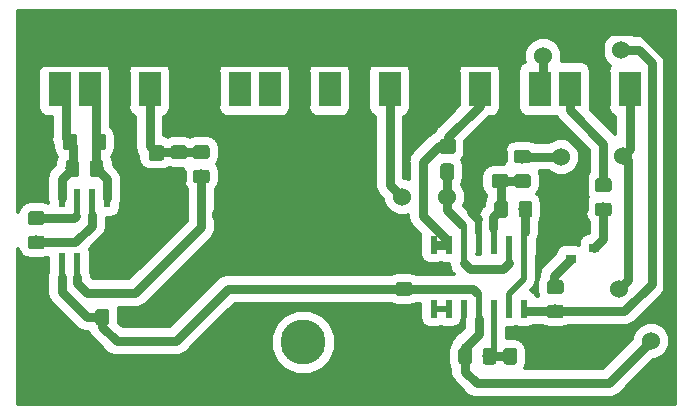
<source format=gbr>
G04 #@! TF.GenerationSoftware,KiCad,Pcbnew,(5.0.0)*
G04 #@! TF.CreationDate,2018-09-03T01:16:15-03:00*
G04 #@! TF.ProjectId,Signal,5369676E616C2E6B696361645F706362,rev?*
G04 #@! TF.SameCoordinates,Original*
G04 #@! TF.FileFunction,Copper,L2,Bot,Signal*
G04 #@! TF.FilePolarity,Positive*
%FSLAX46Y46*%
G04 Gerber Fmt 4.6, Leading zero omitted, Abs format (unit mm)*
G04 Created by KiCad (PCBNEW (5.0.0)) date 09/03/18 01:16:15*
%MOMM*%
%LPD*%
G01*
G04 APERTURE LIST*
G04 #@! TA.AperFunction,ComponentPad*
%ADD10R,1.900000X3.000000*%
G04 #@! TD*
G04 #@! TA.AperFunction,Conductor*
%ADD11C,0.100000*%
G04 #@! TD*
G04 #@! TA.AperFunction,SMDPad,CuDef*
%ADD12C,1.150000*%
G04 #@! TD*
G04 #@! TA.AperFunction,SMDPad,CuDef*
%ADD13C,1.300000*%
G04 #@! TD*
G04 #@! TA.AperFunction,SMDPad,CuDef*
%ADD14R,0.600000X1.550000*%
G04 #@! TD*
G04 #@! TA.AperFunction,SMDPad,CuDef*
%ADD15R,0.600000X1.500000*%
G04 #@! TD*
G04 #@! TA.AperFunction,ComponentPad*
%ADD16C,3.800000*%
G04 #@! TD*
G04 #@! TA.AperFunction,SMDPad,CuDef*
%ADD17R,0.900000X0.800000*%
G04 #@! TD*
G04 #@! TA.AperFunction,ViaPad*
%ADD18C,1.524000*%
G04 #@! TD*
G04 #@! TA.AperFunction,Conductor*
%ADD19C,0.800000*%
G04 #@! TD*
G04 #@! TA.AperFunction,Conductor*
%ADD20C,0.508000*%
G04 #@! TD*
G04 #@! TA.AperFunction,Conductor*
%ADD21C,0.304800*%
G04 #@! TD*
G04 APERTURE END LIST*
D10*
G04 #@! TO.P,U2,14*
G04 #@! TO.N,/BatOVInterrupt*
X68017005Y-19064395D03*
G04 #@! TO.P,U2,13*
G04 #@! TO.N,/Vbat*
X62937005Y-19064395D03*
G04 #@! TO.P,U2,12*
G04 #@! TO.N,GNDA*
X60397005Y-19064395D03*
G04 #@! TO.P,U2,11*
X57857005Y-19064395D03*
G04 #@! TO.P,U2,10*
G04 #@! TO.N,/Vbat_SIG_IN*
X55317005Y-19064395D03*
G04 #@! TO.P,U2,9*
G04 #@! TO.N,/Ipanel*
X50237005Y-19064395D03*
G04 #@! TO.P,U2,8*
G04 #@! TO.N,GNDA*
X47697005Y-19064395D03*
G04 #@! TO.P,U2,7*
G04 #@! TO.N,/Ipanel_Ref*
X45157005Y-19064395D03*
G04 #@! TO.P,U2,6*
G04 #@! TO.N,/Ipanel_SIG*
X42617005Y-19064395D03*
G04 #@! TO.P,U2,5*
G04 #@! TO.N,GNDA*
X40077005Y-19064395D03*
G04 #@! TO.P,U2,4*
G04 #@! TO.N,/Vpanel*
X34997005Y-19064395D03*
G04 #@! TO.P,U2,3*
G04 #@! TO.N,GNDA*
X32457005Y-19064395D03*
G04 #@! TO.P,U2,2*
G04 #@! TO.N,/Vpanel_SIG*
X29917005Y-19064395D03*
G04 #@! TO.P,U2,1*
G04 #@! TO.N,/Vpanel_Ref*
X27377005Y-19064395D03*
G04 #@! TO.P,U2,15*
G04 #@! TO.N,/PWM*
X70557005Y-19064395D03*
G04 #@! TO.P,U2,16*
G04 #@! TO.N,GNDA*
X73097005Y-19064395D03*
G04 #@! TO.P,U2,17*
G04 #@! TO.N,+5VA*
X75637005Y-19064395D03*
G04 #@! TD*
D11*
G04 #@! TO.N,/PWM*
G04 #@! TO.C,R1*
G36*
X73880505Y-26595204D02*
X73904773Y-26598804D01*
X73928572Y-26604765D01*
X73951671Y-26613030D01*
X73973850Y-26623520D01*
X73994893Y-26636132D01*
X74014599Y-26650747D01*
X74032777Y-26667223D01*
X74049253Y-26685401D01*
X74063868Y-26705107D01*
X74076480Y-26726150D01*
X74086970Y-26748329D01*
X74095235Y-26771428D01*
X74101196Y-26795227D01*
X74104796Y-26819495D01*
X74106000Y-26843999D01*
X74106000Y-27494001D01*
X74104796Y-27518505D01*
X74101196Y-27542773D01*
X74095235Y-27566572D01*
X74086970Y-27589671D01*
X74076480Y-27611850D01*
X74063868Y-27632893D01*
X74049253Y-27652599D01*
X74032777Y-27670777D01*
X74014599Y-27687253D01*
X73994893Y-27701868D01*
X73973850Y-27714480D01*
X73951671Y-27724970D01*
X73928572Y-27733235D01*
X73904773Y-27739196D01*
X73880505Y-27742796D01*
X73856001Y-27744000D01*
X72955999Y-27744000D01*
X72931495Y-27742796D01*
X72907227Y-27739196D01*
X72883428Y-27733235D01*
X72860329Y-27724970D01*
X72838150Y-27714480D01*
X72817107Y-27701868D01*
X72797401Y-27687253D01*
X72779223Y-27670777D01*
X72762747Y-27652599D01*
X72748132Y-27632893D01*
X72735520Y-27611850D01*
X72725030Y-27589671D01*
X72716765Y-27566572D01*
X72710804Y-27542773D01*
X72707204Y-27518505D01*
X72706000Y-27494001D01*
X72706000Y-26843999D01*
X72707204Y-26819495D01*
X72710804Y-26795227D01*
X72716765Y-26771428D01*
X72725030Y-26748329D01*
X72735520Y-26726150D01*
X72748132Y-26705107D01*
X72762747Y-26685401D01*
X72779223Y-26667223D01*
X72797401Y-26650747D01*
X72817107Y-26636132D01*
X72838150Y-26623520D01*
X72860329Y-26613030D01*
X72883428Y-26604765D01*
X72907227Y-26598804D01*
X72931495Y-26595204D01*
X72955999Y-26594000D01*
X73856001Y-26594000D01*
X73880505Y-26595204D01*
X73880505Y-26595204D01*
G37*
D12*
G04 #@! TD*
G04 #@! TO.P,R1,1*
G04 #@! TO.N,/PWM*
X73406000Y-27169000D03*
D11*
G04 #@! TO.N,Net-(Q1-Pad3)*
G04 #@! TO.C,R1*
G36*
X73880505Y-28645204D02*
X73904773Y-28648804D01*
X73928572Y-28654765D01*
X73951671Y-28663030D01*
X73973850Y-28673520D01*
X73994893Y-28686132D01*
X74014599Y-28700747D01*
X74032777Y-28717223D01*
X74049253Y-28735401D01*
X74063868Y-28755107D01*
X74076480Y-28776150D01*
X74086970Y-28798329D01*
X74095235Y-28821428D01*
X74101196Y-28845227D01*
X74104796Y-28869495D01*
X74106000Y-28893999D01*
X74106000Y-29544001D01*
X74104796Y-29568505D01*
X74101196Y-29592773D01*
X74095235Y-29616572D01*
X74086970Y-29639671D01*
X74076480Y-29661850D01*
X74063868Y-29682893D01*
X74049253Y-29702599D01*
X74032777Y-29720777D01*
X74014599Y-29737253D01*
X73994893Y-29751868D01*
X73973850Y-29764480D01*
X73951671Y-29774970D01*
X73928572Y-29783235D01*
X73904773Y-29789196D01*
X73880505Y-29792796D01*
X73856001Y-29794000D01*
X72955999Y-29794000D01*
X72931495Y-29792796D01*
X72907227Y-29789196D01*
X72883428Y-29783235D01*
X72860329Y-29774970D01*
X72838150Y-29764480D01*
X72817107Y-29751868D01*
X72797401Y-29737253D01*
X72779223Y-29720777D01*
X72762747Y-29702599D01*
X72748132Y-29682893D01*
X72735520Y-29661850D01*
X72725030Y-29639671D01*
X72716765Y-29616572D01*
X72710804Y-29592773D01*
X72707204Y-29568505D01*
X72706000Y-29544001D01*
X72706000Y-28893999D01*
X72707204Y-28869495D01*
X72710804Y-28845227D01*
X72716765Y-28821428D01*
X72725030Y-28798329D01*
X72735520Y-28776150D01*
X72748132Y-28755107D01*
X72762747Y-28735401D01*
X72779223Y-28717223D01*
X72797401Y-28700747D01*
X72817107Y-28686132D01*
X72838150Y-28673520D01*
X72860329Y-28663030D01*
X72883428Y-28654765D01*
X72907227Y-28648804D01*
X72931495Y-28645204D01*
X72955999Y-28644000D01*
X73856001Y-28644000D01*
X73880505Y-28645204D01*
X73880505Y-28645204D01*
G37*
D12*
G04 #@! TD*
G04 #@! TO.P,R1,2*
G04 #@! TO.N,Net-(Q1-Pad3)*
X73406000Y-29219000D03*
D11*
G04 #@! TO.N,+5VA*
G04 #@! TO.C,C1*
G36*
X56989505Y-35376204D02*
X57013773Y-35379804D01*
X57037572Y-35385765D01*
X57060671Y-35394030D01*
X57082850Y-35404520D01*
X57103893Y-35417132D01*
X57123599Y-35431747D01*
X57141777Y-35448223D01*
X57158253Y-35466401D01*
X57172868Y-35486107D01*
X57185480Y-35507150D01*
X57195970Y-35529329D01*
X57204235Y-35552428D01*
X57210196Y-35576227D01*
X57213796Y-35600495D01*
X57215000Y-35624999D01*
X57215000Y-36275001D01*
X57213796Y-36299505D01*
X57210196Y-36323773D01*
X57204235Y-36347572D01*
X57195970Y-36370671D01*
X57185480Y-36392850D01*
X57172868Y-36413893D01*
X57158253Y-36433599D01*
X57141777Y-36451777D01*
X57123599Y-36468253D01*
X57103893Y-36482868D01*
X57082850Y-36495480D01*
X57060671Y-36505970D01*
X57037572Y-36514235D01*
X57013773Y-36520196D01*
X56989505Y-36523796D01*
X56965001Y-36525000D01*
X56064999Y-36525000D01*
X56040495Y-36523796D01*
X56016227Y-36520196D01*
X55992428Y-36514235D01*
X55969329Y-36505970D01*
X55947150Y-36495480D01*
X55926107Y-36482868D01*
X55906401Y-36468253D01*
X55888223Y-36451777D01*
X55871747Y-36433599D01*
X55857132Y-36413893D01*
X55844520Y-36392850D01*
X55834030Y-36370671D01*
X55825765Y-36347572D01*
X55819804Y-36323773D01*
X55816204Y-36299505D01*
X55815000Y-36275001D01*
X55815000Y-35624999D01*
X55816204Y-35600495D01*
X55819804Y-35576227D01*
X55825765Y-35552428D01*
X55834030Y-35529329D01*
X55844520Y-35507150D01*
X55857132Y-35486107D01*
X55871747Y-35466401D01*
X55888223Y-35448223D01*
X55906401Y-35431747D01*
X55926107Y-35417132D01*
X55947150Y-35404520D01*
X55969329Y-35394030D01*
X55992428Y-35385765D01*
X56016227Y-35379804D01*
X56040495Y-35376204D01*
X56064999Y-35375000D01*
X56965001Y-35375000D01*
X56989505Y-35376204D01*
X56989505Y-35376204D01*
G37*
D12*
G04 #@! TD*
G04 #@! TO.P,C1,2*
G04 #@! TO.N,+5VA*
X56515000Y-35950000D03*
D11*
G04 #@! TO.N,GNDA*
G04 #@! TO.C,C1*
G36*
X56989505Y-33326204D02*
X57013773Y-33329804D01*
X57037572Y-33335765D01*
X57060671Y-33344030D01*
X57082850Y-33354520D01*
X57103893Y-33367132D01*
X57123599Y-33381747D01*
X57141777Y-33398223D01*
X57158253Y-33416401D01*
X57172868Y-33436107D01*
X57185480Y-33457150D01*
X57195970Y-33479329D01*
X57204235Y-33502428D01*
X57210196Y-33526227D01*
X57213796Y-33550495D01*
X57215000Y-33574999D01*
X57215000Y-34225001D01*
X57213796Y-34249505D01*
X57210196Y-34273773D01*
X57204235Y-34297572D01*
X57195970Y-34320671D01*
X57185480Y-34342850D01*
X57172868Y-34363893D01*
X57158253Y-34383599D01*
X57141777Y-34401777D01*
X57123599Y-34418253D01*
X57103893Y-34432868D01*
X57082850Y-34445480D01*
X57060671Y-34455970D01*
X57037572Y-34464235D01*
X57013773Y-34470196D01*
X56989505Y-34473796D01*
X56965001Y-34475000D01*
X56064999Y-34475000D01*
X56040495Y-34473796D01*
X56016227Y-34470196D01*
X55992428Y-34464235D01*
X55969329Y-34455970D01*
X55947150Y-34445480D01*
X55926107Y-34432868D01*
X55906401Y-34418253D01*
X55888223Y-34401777D01*
X55871747Y-34383599D01*
X55857132Y-34363893D01*
X55844520Y-34342850D01*
X55834030Y-34320671D01*
X55825765Y-34297572D01*
X55819804Y-34273773D01*
X55816204Y-34249505D01*
X55815000Y-34225001D01*
X55815000Y-33574999D01*
X55816204Y-33550495D01*
X55819804Y-33526227D01*
X55825765Y-33502428D01*
X55834030Y-33479329D01*
X55844520Y-33457150D01*
X55857132Y-33436107D01*
X55871747Y-33416401D01*
X55888223Y-33398223D01*
X55906401Y-33381747D01*
X55926107Y-33367132D01*
X55947150Y-33354520D01*
X55969329Y-33344030D01*
X55992428Y-33335765D01*
X56016227Y-33329804D01*
X56040495Y-33326204D01*
X56064999Y-33325000D01*
X56965001Y-33325000D01*
X56989505Y-33326204D01*
X56989505Y-33326204D01*
G37*
D12*
G04 #@! TD*
G04 #@! TO.P,C1,1*
G04 #@! TO.N,GNDA*
X56515000Y-33900000D03*
D11*
G04 #@! TO.N,Net-(R12-Pad2)*
G04 #@! TO.C,R7*
G36*
X67022505Y-26232204D02*
X67046773Y-26235804D01*
X67070572Y-26241765D01*
X67093671Y-26250030D01*
X67115850Y-26260520D01*
X67136893Y-26273132D01*
X67156599Y-26287747D01*
X67174777Y-26304223D01*
X67191253Y-26322401D01*
X67205868Y-26342107D01*
X67218480Y-26363150D01*
X67228970Y-26385329D01*
X67237235Y-26408428D01*
X67243196Y-26432227D01*
X67246796Y-26456495D01*
X67248000Y-26480999D01*
X67248000Y-27131001D01*
X67246796Y-27155505D01*
X67243196Y-27179773D01*
X67237235Y-27203572D01*
X67228970Y-27226671D01*
X67218480Y-27248850D01*
X67205868Y-27269893D01*
X67191253Y-27289599D01*
X67174777Y-27307777D01*
X67156599Y-27324253D01*
X67136893Y-27338868D01*
X67115850Y-27351480D01*
X67093671Y-27361970D01*
X67070572Y-27370235D01*
X67046773Y-27376196D01*
X67022505Y-27379796D01*
X66998001Y-27381000D01*
X66097999Y-27381000D01*
X66073495Y-27379796D01*
X66049227Y-27376196D01*
X66025428Y-27370235D01*
X66002329Y-27361970D01*
X65980150Y-27351480D01*
X65959107Y-27338868D01*
X65939401Y-27324253D01*
X65921223Y-27307777D01*
X65904747Y-27289599D01*
X65890132Y-27269893D01*
X65877520Y-27248850D01*
X65867030Y-27226671D01*
X65858765Y-27203572D01*
X65852804Y-27179773D01*
X65849204Y-27155505D01*
X65848000Y-27131001D01*
X65848000Y-26480999D01*
X65849204Y-26456495D01*
X65852804Y-26432227D01*
X65858765Y-26408428D01*
X65867030Y-26385329D01*
X65877520Y-26363150D01*
X65890132Y-26342107D01*
X65904747Y-26322401D01*
X65921223Y-26304223D01*
X65939401Y-26287747D01*
X65959107Y-26273132D01*
X65980150Y-26260520D01*
X66002329Y-26250030D01*
X66025428Y-26241765D01*
X66049227Y-26235804D01*
X66073495Y-26232204D01*
X66097999Y-26231000D01*
X66998001Y-26231000D01*
X67022505Y-26232204D01*
X67022505Y-26232204D01*
G37*
D12*
G04 #@! TD*
G04 #@! TO.P,R7,1*
G04 #@! TO.N,Net-(R12-Pad2)*
X66548000Y-26806000D03*
D11*
G04 #@! TO.N,+5VA*
G04 #@! TO.C,R7*
G36*
X67022505Y-24182204D02*
X67046773Y-24185804D01*
X67070572Y-24191765D01*
X67093671Y-24200030D01*
X67115850Y-24210520D01*
X67136893Y-24223132D01*
X67156599Y-24237747D01*
X67174777Y-24254223D01*
X67191253Y-24272401D01*
X67205868Y-24292107D01*
X67218480Y-24313150D01*
X67228970Y-24335329D01*
X67237235Y-24358428D01*
X67243196Y-24382227D01*
X67246796Y-24406495D01*
X67248000Y-24430999D01*
X67248000Y-25081001D01*
X67246796Y-25105505D01*
X67243196Y-25129773D01*
X67237235Y-25153572D01*
X67228970Y-25176671D01*
X67218480Y-25198850D01*
X67205868Y-25219893D01*
X67191253Y-25239599D01*
X67174777Y-25257777D01*
X67156599Y-25274253D01*
X67136893Y-25288868D01*
X67115850Y-25301480D01*
X67093671Y-25311970D01*
X67070572Y-25320235D01*
X67046773Y-25326196D01*
X67022505Y-25329796D01*
X66998001Y-25331000D01*
X66097999Y-25331000D01*
X66073495Y-25329796D01*
X66049227Y-25326196D01*
X66025428Y-25320235D01*
X66002329Y-25311970D01*
X65980150Y-25301480D01*
X65959107Y-25288868D01*
X65939401Y-25274253D01*
X65921223Y-25257777D01*
X65904747Y-25239599D01*
X65890132Y-25219893D01*
X65877520Y-25198850D01*
X65867030Y-25176671D01*
X65858765Y-25153572D01*
X65852804Y-25129773D01*
X65849204Y-25105505D01*
X65848000Y-25081001D01*
X65848000Y-24430999D01*
X65849204Y-24406495D01*
X65852804Y-24382227D01*
X65858765Y-24358428D01*
X65867030Y-24335329D01*
X65877520Y-24313150D01*
X65890132Y-24292107D01*
X65904747Y-24272401D01*
X65921223Y-24254223D01*
X65939401Y-24237747D01*
X65959107Y-24223132D01*
X65980150Y-24210520D01*
X66002329Y-24200030D01*
X66025428Y-24191765D01*
X66049227Y-24185804D01*
X66073495Y-24182204D01*
X66097999Y-24181000D01*
X66998001Y-24181000D01*
X67022505Y-24182204D01*
X67022505Y-24182204D01*
G37*
D12*
G04 #@! TD*
G04 #@! TO.P,R7,2*
G04 #@! TO.N,+5VA*
X66548000Y-24756000D03*
D11*
G04 #@! TO.N,Net-(R12-Pad2)*
G04 #@! TO.C,R12*
G36*
X65117505Y-26232204D02*
X65141773Y-26235804D01*
X65165572Y-26241765D01*
X65188671Y-26250030D01*
X65210850Y-26260520D01*
X65231893Y-26273132D01*
X65251599Y-26287747D01*
X65269777Y-26304223D01*
X65286253Y-26322401D01*
X65300868Y-26342107D01*
X65313480Y-26363150D01*
X65323970Y-26385329D01*
X65332235Y-26408428D01*
X65338196Y-26432227D01*
X65341796Y-26456495D01*
X65343000Y-26480999D01*
X65343000Y-27131001D01*
X65341796Y-27155505D01*
X65338196Y-27179773D01*
X65332235Y-27203572D01*
X65323970Y-27226671D01*
X65313480Y-27248850D01*
X65300868Y-27269893D01*
X65286253Y-27289599D01*
X65269777Y-27307777D01*
X65251599Y-27324253D01*
X65231893Y-27338868D01*
X65210850Y-27351480D01*
X65188671Y-27361970D01*
X65165572Y-27370235D01*
X65141773Y-27376196D01*
X65117505Y-27379796D01*
X65093001Y-27381000D01*
X64192999Y-27381000D01*
X64168495Y-27379796D01*
X64144227Y-27376196D01*
X64120428Y-27370235D01*
X64097329Y-27361970D01*
X64075150Y-27351480D01*
X64054107Y-27338868D01*
X64034401Y-27324253D01*
X64016223Y-27307777D01*
X63999747Y-27289599D01*
X63985132Y-27269893D01*
X63972520Y-27248850D01*
X63962030Y-27226671D01*
X63953765Y-27203572D01*
X63947804Y-27179773D01*
X63944204Y-27155505D01*
X63943000Y-27131001D01*
X63943000Y-26480999D01*
X63944204Y-26456495D01*
X63947804Y-26432227D01*
X63953765Y-26408428D01*
X63962030Y-26385329D01*
X63972520Y-26363150D01*
X63985132Y-26342107D01*
X63999747Y-26322401D01*
X64016223Y-26304223D01*
X64034401Y-26287747D01*
X64054107Y-26273132D01*
X64075150Y-26260520D01*
X64097329Y-26250030D01*
X64120428Y-26241765D01*
X64144227Y-26235804D01*
X64168495Y-26232204D01*
X64192999Y-26231000D01*
X65093001Y-26231000D01*
X65117505Y-26232204D01*
X65117505Y-26232204D01*
G37*
D12*
G04 #@! TD*
G04 #@! TO.P,R12,2*
G04 #@! TO.N,Net-(R12-Pad2)*
X64643000Y-26806000D03*
D11*
G04 #@! TO.N,GNDA*
G04 #@! TO.C,R12*
G36*
X65117505Y-24182204D02*
X65141773Y-24185804D01*
X65165572Y-24191765D01*
X65188671Y-24200030D01*
X65210850Y-24210520D01*
X65231893Y-24223132D01*
X65251599Y-24237747D01*
X65269777Y-24254223D01*
X65286253Y-24272401D01*
X65300868Y-24292107D01*
X65313480Y-24313150D01*
X65323970Y-24335329D01*
X65332235Y-24358428D01*
X65338196Y-24382227D01*
X65341796Y-24406495D01*
X65343000Y-24430999D01*
X65343000Y-25081001D01*
X65341796Y-25105505D01*
X65338196Y-25129773D01*
X65332235Y-25153572D01*
X65323970Y-25176671D01*
X65313480Y-25198850D01*
X65300868Y-25219893D01*
X65286253Y-25239599D01*
X65269777Y-25257777D01*
X65251599Y-25274253D01*
X65231893Y-25288868D01*
X65210850Y-25301480D01*
X65188671Y-25311970D01*
X65165572Y-25320235D01*
X65141773Y-25326196D01*
X65117505Y-25329796D01*
X65093001Y-25331000D01*
X64192999Y-25331000D01*
X64168495Y-25329796D01*
X64144227Y-25326196D01*
X64120428Y-25320235D01*
X64097329Y-25311970D01*
X64075150Y-25301480D01*
X64054107Y-25288868D01*
X64034401Y-25274253D01*
X64016223Y-25257777D01*
X63999747Y-25239599D01*
X63985132Y-25219893D01*
X63972520Y-25198850D01*
X63962030Y-25176671D01*
X63953765Y-25153572D01*
X63947804Y-25129773D01*
X63944204Y-25105505D01*
X63943000Y-25081001D01*
X63943000Y-24430999D01*
X63944204Y-24406495D01*
X63947804Y-24382227D01*
X63953765Y-24358428D01*
X63962030Y-24335329D01*
X63972520Y-24313150D01*
X63985132Y-24292107D01*
X63999747Y-24272401D01*
X64016223Y-24254223D01*
X64034401Y-24237747D01*
X64054107Y-24223132D01*
X64075150Y-24210520D01*
X64097329Y-24200030D01*
X64120428Y-24191765D01*
X64144227Y-24185804D01*
X64168495Y-24182204D01*
X64192999Y-24181000D01*
X65093001Y-24181000D01*
X65117505Y-24182204D01*
X65117505Y-24182204D01*
G37*
D12*
G04 #@! TD*
G04 #@! TO.P,R12,1*
G04 #@! TO.N,GNDA*
X64643000Y-24756000D03*
D11*
G04 #@! TO.N,Net-(R8-Pad1)*
G04 #@! TO.C,R8*
G36*
X67160505Y-28511204D02*
X67184773Y-28514804D01*
X67208572Y-28520765D01*
X67231671Y-28529030D01*
X67253850Y-28539520D01*
X67274893Y-28552132D01*
X67294599Y-28566747D01*
X67312777Y-28583223D01*
X67329253Y-28601401D01*
X67343868Y-28621107D01*
X67356480Y-28642150D01*
X67366970Y-28664329D01*
X67375235Y-28687428D01*
X67381196Y-28711227D01*
X67384796Y-28735495D01*
X67386000Y-28759999D01*
X67386000Y-29660001D01*
X67384796Y-29684505D01*
X67381196Y-29708773D01*
X67375235Y-29732572D01*
X67366970Y-29755671D01*
X67356480Y-29777850D01*
X67343868Y-29798893D01*
X67329253Y-29818599D01*
X67312777Y-29836777D01*
X67294599Y-29853253D01*
X67274893Y-29867868D01*
X67253850Y-29880480D01*
X67231671Y-29890970D01*
X67208572Y-29899235D01*
X67184773Y-29905196D01*
X67160505Y-29908796D01*
X67136001Y-29910000D01*
X66485999Y-29910000D01*
X66461495Y-29908796D01*
X66437227Y-29905196D01*
X66413428Y-29899235D01*
X66390329Y-29890970D01*
X66368150Y-29880480D01*
X66347107Y-29867868D01*
X66327401Y-29853253D01*
X66309223Y-29836777D01*
X66292747Y-29818599D01*
X66278132Y-29798893D01*
X66265520Y-29777850D01*
X66255030Y-29755671D01*
X66246765Y-29732572D01*
X66240804Y-29708773D01*
X66237204Y-29684505D01*
X66236000Y-29660001D01*
X66236000Y-28759999D01*
X66237204Y-28735495D01*
X66240804Y-28711227D01*
X66246765Y-28687428D01*
X66255030Y-28664329D01*
X66265520Y-28642150D01*
X66278132Y-28621107D01*
X66292747Y-28601401D01*
X66309223Y-28583223D01*
X66327401Y-28566747D01*
X66347107Y-28552132D01*
X66368150Y-28539520D01*
X66390329Y-28529030D01*
X66413428Y-28520765D01*
X66437227Y-28514804D01*
X66461495Y-28511204D01*
X66485999Y-28510000D01*
X67136001Y-28510000D01*
X67160505Y-28511204D01*
X67160505Y-28511204D01*
G37*
D12*
G04 #@! TD*
G04 #@! TO.P,R8,1*
G04 #@! TO.N,Net-(R8-Pad1)*
X66811000Y-29210000D03*
D11*
G04 #@! TO.N,Net-(R12-Pad2)*
G04 #@! TO.C,R8*
G36*
X65110505Y-28511204D02*
X65134773Y-28514804D01*
X65158572Y-28520765D01*
X65181671Y-28529030D01*
X65203850Y-28539520D01*
X65224893Y-28552132D01*
X65244599Y-28566747D01*
X65262777Y-28583223D01*
X65279253Y-28601401D01*
X65293868Y-28621107D01*
X65306480Y-28642150D01*
X65316970Y-28664329D01*
X65325235Y-28687428D01*
X65331196Y-28711227D01*
X65334796Y-28735495D01*
X65336000Y-28759999D01*
X65336000Y-29660001D01*
X65334796Y-29684505D01*
X65331196Y-29708773D01*
X65325235Y-29732572D01*
X65316970Y-29755671D01*
X65306480Y-29777850D01*
X65293868Y-29798893D01*
X65279253Y-29818599D01*
X65262777Y-29836777D01*
X65244599Y-29853253D01*
X65224893Y-29867868D01*
X65203850Y-29880480D01*
X65181671Y-29890970D01*
X65158572Y-29899235D01*
X65134773Y-29905196D01*
X65110505Y-29908796D01*
X65086001Y-29910000D01*
X64435999Y-29910000D01*
X64411495Y-29908796D01*
X64387227Y-29905196D01*
X64363428Y-29899235D01*
X64340329Y-29890970D01*
X64318150Y-29880480D01*
X64297107Y-29867868D01*
X64277401Y-29853253D01*
X64259223Y-29836777D01*
X64242747Y-29818599D01*
X64228132Y-29798893D01*
X64215520Y-29777850D01*
X64205030Y-29755671D01*
X64196765Y-29732572D01*
X64190804Y-29708773D01*
X64187204Y-29684505D01*
X64186000Y-29660001D01*
X64186000Y-28759999D01*
X64187204Y-28735495D01*
X64190804Y-28711227D01*
X64196765Y-28687428D01*
X64205030Y-28664329D01*
X64215520Y-28642150D01*
X64228132Y-28621107D01*
X64242747Y-28601401D01*
X64259223Y-28583223D01*
X64277401Y-28566747D01*
X64297107Y-28552132D01*
X64318150Y-28539520D01*
X64340329Y-28529030D01*
X64363428Y-28520765D01*
X64387227Y-28514804D01*
X64411495Y-28511204D01*
X64435999Y-28510000D01*
X65086001Y-28510000D01*
X65110505Y-28511204D01*
X65110505Y-28511204D01*
G37*
D12*
G04 #@! TD*
G04 #@! TO.P,R8,2*
G04 #@! TO.N,Net-(R12-Pad2)*
X64761000Y-29210000D03*
D11*
G04 #@! TO.N,GNDA*
G04 #@! TO.C,D1*
G36*
X62613504Y-23227204D02*
X62637773Y-23230804D01*
X62661571Y-23236765D01*
X62684671Y-23245030D01*
X62706849Y-23255520D01*
X62727893Y-23268133D01*
X62747598Y-23282747D01*
X62765777Y-23299223D01*
X62782253Y-23317402D01*
X62796867Y-23337107D01*
X62809480Y-23358151D01*
X62819970Y-23380329D01*
X62828235Y-23403429D01*
X62834196Y-23427227D01*
X62837796Y-23451496D01*
X62839000Y-23476000D01*
X62839000Y-24276000D01*
X62837796Y-24300504D01*
X62834196Y-24324773D01*
X62828235Y-24348571D01*
X62819970Y-24371671D01*
X62809480Y-24393849D01*
X62796867Y-24414893D01*
X62782253Y-24434598D01*
X62765777Y-24452777D01*
X62747598Y-24469253D01*
X62727893Y-24483867D01*
X62706849Y-24496480D01*
X62684671Y-24506970D01*
X62661571Y-24515235D01*
X62637773Y-24521196D01*
X62613504Y-24524796D01*
X62589000Y-24526000D01*
X61764000Y-24526000D01*
X61739496Y-24524796D01*
X61715227Y-24521196D01*
X61691429Y-24515235D01*
X61668329Y-24506970D01*
X61646151Y-24496480D01*
X61625107Y-24483867D01*
X61605402Y-24469253D01*
X61587223Y-24452777D01*
X61570747Y-24434598D01*
X61556133Y-24414893D01*
X61543520Y-24393849D01*
X61533030Y-24371671D01*
X61524765Y-24348571D01*
X61518804Y-24324773D01*
X61515204Y-24300504D01*
X61514000Y-24276000D01*
X61514000Y-23476000D01*
X61515204Y-23451496D01*
X61518804Y-23427227D01*
X61524765Y-23403429D01*
X61533030Y-23380329D01*
X61543520Y-23358151D01*
X61556133Y-23337107D01*
X61570747Y-23317402D01*
X61587223Y-23299223D01*
X61605402Y-23282747D01*
X61625107Y-23268133D01*
X61646151Y-23255520D01*
X61668329Y-23245030D01*
X61691429Y-23236765D01*
X61715227Y-23230804D01*
X61739496Y-23227204D01*
X61764000Y-23226000D01*
X62589000Y-23226000D01*
X62613504Y-23227204D01*
X62613504Y-23227204D01*
G37*
D13*
G04 #@! TD*
G04 #@! TO.P,D1,2*
G04 #@! TO.N,GNDA*
X62176500Y-23876000D03*
D11*
G04 #@! TO.N,/Vbat*
G04 #@! TO.C,D1*
G36*
X60688504Y-23227204D02*
X60712773Y-23230804D01*
X60736571Y-23236765D01*
X60759671Y-23245030D01*
X60781849Y-23255520D01*
X60802893Y-23268133D01*
X60822598Y-23282747D01*
X60840777Y-23299223D01*
X60857253Y-23317402D01*
X60871867Y-23337107D01*
X60884480Y-23358151D01*
X60894970Y-23380329D01*
X60903235Y-23403429D01*
X60909196Y-23427227D01*
X60912796Y-23451496D01*
X60914000Y-23476000D01*
X60914000Y-24276000D01*
X60912796Y-24300504D01*
X60909196Y-24324773D01*
X60903235Y-24348571D01*
X60894970Y-24371671D01*
X60884480Y-24393849D01*
X60871867Y-24414893D01*
X60857253Y-24434598D01*
X60840777Y-24452777D01*
X60822598Y-24469253D01*
X60802893Y-24483867D01*
X60781849Y-24496480D01*
X60759671Y-24506970D01*
X60736571Y-24515235D01*
X60712773Y-24521196D01*
X60688504Y-24524796D01*
X60664000Y-24526000D01*
X59839000Y-24526000D01*
X59814496Y-24524796D01*
X59790227Y-24521196D01*
X59766429Y-24515235D01*
X59743329Y-24506970D01*
X59721151Y-24496480D01*
X59700107Y-24483867D01*
X59680402Y-24469253D01*
X59662223Y-24452777D01*
X59645747Y-24434598D01*
X59631133Y-24414893D01*
X59618520Y-24393849D01*
X59608030Y-24371671D01*
X59599765Y-24348571D01*
X59593804Y-24324773D01*
X59590204Y-24300504D01*
X59589000Y-24276000D01*
X59589000Y-23476000D01*
X59590204Y-23451496D01*
X59593804Y-23427227D01*
X59599765Y-23403429D01*
X59608030Y-23380329D01*
X59618520Y-23358151D01*
X59631133Y-23337107D01*
X59645747Y-23317402D01*
X59662223Y-23299223D01*
X59680402Y-23282747D01*
X59700107Y-23268133D01*
X59721151Y-23255520D01*
X59743329Y-23245030D01*
X59766429Y-23236765D01*
X59790227Y-23230804D01*
X59814496Y-23227204D01*
X59839000Y-23226000D01*
X60664000Y-23226000D01*
X60688504Y-23227204D01*
X60688504Y-23227204D01*
G37*
D13*
G04 #@! TD*
G04 #@! TO.P,D1,1*
G04 #@! TO.N,/Vbat*
X60251500Y-23876000D03*
D11*
G04 #@! TO.N,/Vpanel*
G04 #@! TO.C,D2*
G36*
X35984504Y-23776204D02*
X36008773Y-23779804D01*
X36032571Y-23785765D01*
X36055671Y-23794030D01*
X36077849Y-23804520D01*
X36098893Y-23817133D01*
X36118598Y-23831747D01*
X36136777Y-23848223D01*
X36153253Y-23866402D01*
X36167867Y-23886107D01*
X36180480Y-23907151D01*
X36190970Y-23929329D01*
X36199235Y-23952429D01*
X36205196Y-23976227D01*
X36208796Y-24000496D01*
X36210000Y-24025000D01*
X36210000Y-24850000D01*
X36208796Y-24874504D01*
X36205196Y-24898773D01*
X36199235Y-24922571D01*
X36190970Y-24945671D01*
X36180480Y-24967849D01*
X36167867Y-24988893D01*
X36153253Y-25008598D01*
X36136777Y-25026777D01*
X36118598Y-25043253D01*
X36098893Y-25057867D01*
X36077849Y-25070480D01*
X36055671Y-25080970D01*
X36032571Y-25089235D01*
X36008773Y-25095196D01*
X35984504Y-25098796D01*
X35960000Y-25100000D01*
X35160000Y-25100000D01*
X35135496Y-25098796D01*
X35111227Y-25095196D01*
X35087429Y-25089235D01*
X35064329Y-25080970D01*
X35042151Y-25070480D01*
X35021107Y-25057867D01*
X35001402Y-25043253D01*
X34983223Y-25026777D01*
X34966747Y-25008598D01*
X34952133Y-24988893D01*
X34939520Y-24967849D01*
X34929030Y-24945671D01*
X34920765Y-24922571D01*
X34914804Y-24898773D01*
X34911204Y-24874504D01*
X34910000Y-24850000D01*
X34910000Y-24025000D01*
X34911204Y-24000496D01*
X34914804Y-23976227D01*
X34920765Y-23952429D01*
X34929030Y-23929329D01*
X34939520Y-23907151D01*
X34952133Y-23886107D01*
X34966747Y-23866402D01*
X34983223Y-23848223D01*
X35001402Y-23831747D01*
X35021107Y-23817133D01*
X35042151Y-23804520D01*
X35064329Y-23794030D01*
X35087429Y-23785765D01*
X35111227Y-23779804D01*
X35135496Y-23776204D01*
X35160000Y-23775000D01*
X35960000Y-23775000D01*
X35984504Y-23776204D01*
X35984504Y-23776204D01*
G37*
D13*
G04 #@! TD*
G04 #@! TO.P,D2,1*
G04 #@! TO.N,/Vpanel*
X35560000Y-24437500D03*
D11*
G04 #@! TO.N,GNDA*
G04 #@! TO.C,D2*
G36*
X35984504Y-25701204D02*
X36008773Y-25704804D01*
X36032571Y-25710765D01*
X36055671Y-25719030D01*
X36077849Y-25729520D01*
X36098893Y-25742133D01*
X36118598Y-25756747D01*
X36136777Y-25773223D01*
X36153253Y-25791402D01*
X36167867Y-25811107D01*
X36180480Y-25832151D01*
X36190970Y-25854329D01*
X36199235Y-25877429D01*
X36205196Y-25901227D01*
X36208796Y-25925496D01*
X36210000Y-25950000D01*
X36210000Y-26775000D01*
X36208796Y-26799504D01*
X36205196Y-26823773D01*
X36199235Y-26847571D01*
X36190970Y-26870671D01*
X36180480Y-26892849D01*
X36167867Y-26913893D01*
X36153253Y-26933598D01*
X36136777Y-26951777D01*
X36118598Y-26968253D01*
X36098893Y-26982867D01*
X36077849Y-26995480D01*
X36055671Y-27005970D01*
X36032571Y-27014235D01*
X36008773Y-27020196D01*
X35984504Y-27023796D01*
X35960000Y-27025000D01*
X35160000Y-27025000D01*
X35135496Y-27023796D01*
X35111227Y-27020196D01*
X35087429Y-27014235D01*
X35064329Y-27005970D01*
X35042151Y-26995480D01*
X35021107Y-26982867D01*
X35001402Y-26968253D01*
X34983223Y-26951777D01*
X34966747Y-26933598D01*
X34952133Y-26913893D01*
X34939520Y-26892849D01*
X34929030Y-26870671D01*
X34920765Y-26847571D01*
X34914804Y-26823773D01*
X34911204Y-26799504D01*
X34910000Y-26775000D01*
X34910000Y-25950000D01*
X34911204Y-25925496D01*
X34914804Y-25901227D01*
X34920765Y-25877429D01*
X34929030Y-25854329D01*
X34939520Y-25832151D01*
X34952133Y-25811107D01*
X34966747Y-25791402D01*
X34983223Y-25773223D01*
X35001402Y-25756747D01*
X35021107Y-25742133D01*
X35042151Y-25729520D01*
X35064329Y-25719030D01*
X35087429Y-25710765D01*
X35111227Y-25704804D01*
X35135496Y-25701204D01*
X35160000Y-25700000D01*
X35960000Y-25700000D01*
X35984504Y-25701204D01*
X35984504Y-25701204D01*
G37*
D13*
G04 #@! TD*
G04 #@! TO.P,D2,2*
G04 #@! TO.N,GNDA*
X35560000Y-26362500D03*
D11*
G04 #@! TO.N,+5VA*
G04 #@! TO.C,R2*
G36*
X62062505Y-40957204D02*
X62086773Y-40960804D01*
X62110572Y-40966765D01*
X62133671Y-40975030D01*
X62155850Y-40985520D01*
X62176893Y-40998132D01*
X62196599Y-41012747D01*
X62214777Y-41029223D01*
X62231253Y-41047401D01*
X62245868Y-41067107D01*
X62258480Y-41088150D01*
X62268970Y-41110329D01*
X62277235Y-41133428D01*
X62283196Y-41157227D01*
X62286796Y-41181495D01*
X62288000Y-41205999D01*
X62288000Y-42106001D01*
X62286796Y-42130505D01*
X62283196Y-42154773D01*
X62277235Y-42178572D01*
X62268970Y-42201671D01*
X62258480Y-42223850D01*
X62245868Y-42244893D01*
X62231253Y-42264599D01*
X62214777Y-42282777D01*
X62196599Y-42299253D01*
X62176893Y-42313868D01*
X62155850Y-42326480D01*
X62133671Y-42336970D01*
X62110572Y-42345235D01*
X62086773Y-42351196D01*
X62062505Y-42354796D01*
X62038001Y-42356000D01*
X61387999Y-42356000D01*
X61363495Y-42354796D01*
X61339227Y-42351196D01*
X61315428Y-42345235D01*
X61292329Y-42336970D01*
X61270150Y-42326480D01*
X61249107Y-42313868D01*
X61229401Y-42299253D01*
X61211223Y-42282777D01*
X61194747Y-42264599D01*
X61180132Y-42244893D01*
X61167520Y-42223850D01*
X61157030Y-42201671D01*
X61148765Y-42178572D01*
X61142804Y-42154773D01*
X61139204Y-42130505D01*
X61138000Y-42106001D01*
X61138000Y-41205999D01*
X61139204Y-41181495D01*
X61142804Y-41157227D01*
X61148765Y-41133428D01*
X61157030Y-41110329D01*
X61167520Y-41088150D01*
X61180132Y-41067107D01*
X61194747Y-41047401D01*
X61211223Y-41029223D01*
X61229401Y-41012747D01*
X61249107Y-40998132D01*
X61270150Y-40985520D01*
X61292329Y-40975030D01*
X61315428Y-40966765D01*
X61339227Y-40960804D01*
X61363495Y-40957204D01*
X61387999Y-40956000D01*
X62038001Y-40956000D01*
X62062505Y-40957204D01*
X62062505Y-40957204D01*
G37*
D12*
G04 #@! TD*
G04 #@! TO.P,R2,2*
G04 #@! TO.N,+5VA*
X61713000Y-41656000D03*
D11*
G04 #@! TO.N,Net-(R2-Pad1)*
G04 #@! TO.C,R2*
G36*
X64112505Y-40957204D02*
X64136773Y-40960804D01*
X64160572Y-40966765D01*
X64183671Y-40975030D01*
X64205850Y-40985520D01*
X64226893Y-40998132D01*
X64246599Y-41012747D01*
X64264777Y-41029223D01*
X64281253Y-41047401D01*
X64295868Y-41067107D01*
X64308480Y-41088150D01*
X64318970Y-41110329D01*
X64327235Y-41133428D01*
X64333196Y-41157227D01*
X64336796Y-41181495D01*
X64338000Y-41205999D01*
X64338000Y-42106001D01*
X64336796Y-42130505D01*
X64333196Y-42154773D01*
X64327235Y-42178572D01*
X64318970Y-42201671D01*
X64308480Y-42223850D01*
X64295868Y-42244893D01*
X64281253Y-42264599D01*
X64264777Y-42282777D01*
X64246599Y-42299253D01*
X64226893Y-42313868D01*
X64205850Y-42326480D01*
X64183671Y-42336970D01*
X64160572Y-42345235D01*
X64136773Y-42351196D01*
X64112505Y-42354796D01*
X64088001Y-42356000D01*
X63437999Y-42356000D01*
X63413495Y-42354796D01*
X63389227Y-42351196D01*
X63365428Y-42345235D01*
X63342329Y-42336970D01*
X63320150Y-42326480D01*
X63299107Y-42313868D01*
X63279401Y-42299253D01*
X63261223Y-42282777D01*
X63244747Y-42264599D01*
X63230132Y-42244893D01*
X63217520Y-42223850D01*
X63207030Y-42201671D01*
X63198765Y-42178572D01*
X63192804Y-42154773D01*
X63189204Y-42130505D01*
X63188000Y-42106001D01*
X63188000Y-41205999D01*
X63189204Y-41181495D01*
X63192804Y-41157227D01*
X63198765Y-41133428D01*
X63207030Y-41110329D01*
X63217520Y-41088150D01*
X63230132Y-41067107D01*
X63244747Y-41047401D01*
X63261223Y-41029223D01*
X63279401Y-41012747D01*
X63299107Y-40998132D01*
X63320150Y-40985520D01*
X63342329Y-40975030D01*
X63365428Y-40966765D01*
X63389227Y-40960804D01*
X63413495Y-40957204D01*
X63437999Y-40956000D01*
X64088001Y-40956000D01*
X64112505Y-40957204D01*
X64112505Y-40957204D01*
G37*
D12*
G04 #@! TD*
G04 #@! TO.P,R2,1*
G04 #@! TO.N,Net-(R2-Pad1)*
X63763000Y-41656000D03*
D11*
G04 #@! TO.N,GNDA*
G04 #@! TO.C,C4*
G36*
X37939505Y-25851204D02*
X37963773Y-25854804D01*
X37987572Y-25860765D01*
X38010671Y-25869030D01*
X38032850Y-25879520D01*
X38053893Y-25892132D01*
X38073599Y-25906747D01*
X38091777Y-25923223D01*
X38108253Y-25941401D01*
X38122868Y-25961107D01*
X38135480Y-25982150D01*
X38145970Y-26004329D01*
X38154235Y-26027428D01*
X38160196Y-26051227D01*
X38163796Y-26075495D01*
X38165000Y-26099999D01*
X38165000Y-26750001D01*
X38163796Y-26774505D01*
X38160196Y-26798773D01*
X38154235Y-26822572D01*
X38145970Y-26845671D01*
X38135480Y-26867850D01*
X38122868Y-26888893D01*
X38108253Y-26908599D01*
X38091777Y-26926777D01*
X38073599Y-26943253D01*
X38053893Y-26957868D01*
X38032850Y-26970480D01*
X38010671Y-26980970D01*
X37987572Y-26989235D01*
X37963773Y-26995196D01*
X37939505Y-26998796D01*
X37915001Y-27000000D01*
X37014999Y-27000000D01*
X36990495Y-26998796D01*
X36966227Y-26995196D01*
X36942428Y-26989235D01*
X36919329Y-26980970D01*
X36897150Y-26970480D01*
X36876107Y-26957868D01*
X36856401Y-26943253D01*
X36838223Y-26926777D01*
X36821747Y-26908599D01*
X36807132Y-26888893D01*
X36794520Y-26867850D01*
X36784030Y-26845671D01*
X36775765Y-26822572D01*
X36769804Y-26798773D01*
X36766204Y-26774505D01*
X36765000Y-26750001D01*
X36765000Y-26099999D01*
X36766204Y-26075495D01*
X36769804Y-26051227D01*
X36775765Y-26027428D01*
X36784030Y-26004329D01*
X36794520Y-25982150D01*
X36807132Y-25961107D01*
X36821747Y-25941401D01*
X36838223Y-25923223D01*
X36856401Y-25906747D01*
X36876107Y-25892132D01*
X36897150Y-25879520D01*
X36919329Y-25869030D01*
X36942428Y-25860765D01*
X36966227Y-25854804D01*
X36990495Y-25851204D01*
X37014999Y-25850000D01*
X37915001Y-25850000D01*
X37939505Y-25851204D01*
X37939505Y-25851204D01*
G37*
D12*
G04 #@! TD*
G04 #@! TO.P,C4,2*
G04 #@! TO.N,GNDA*
X37465000Y-26425000D03*
D11*
G04 #@! TO.N,/Vpanel*
G04 #@! TO.C,C4*
G36*
X37939505Y-23801204D02*
X37963773Y-23804804D01*
X37987572Y-23810765D01*
X38010671Y-23819030D01*
X38032850Y-23829520D01*
X38053893Y-23842132D01*
X38073599Y-23856747D01*
X38091777Y-23873223D01*
X38108253Y-23891401D01*
X38122868Y-23911107D01*
X38135480Y-23932150D01*
X38145970Y-23954329D01*
X38154235Y-23977428D01*
X38160196Y-24001227D01*
X38163796Y-24025495D01*
X38165000Y-24049999D01*
X38165000Y-24700001D01*
X38163796Y-24724505D01*
X38160196Y-24748773D01*
X38154235Y-24772572D01*
X38145970Y-24795671D01*
X38135480Y-24817850D01*
X38122868Y-24838893D01*
X38108253Y-24858599D01*
X38091777Y-24876777D01*
X38073599Y-24893253D01*
X38053893Y-24907868D01*
X38032850Y-24920480D01*
X38010671Y-24930970D01*
X37987572Y-24939235D01*
X37963773Y-24945196D01*
X37939505Y-24948796D01*
X37915001Y-24950000D01*
X37014999Y-24950000D01*
X36990495Y-24948796D01*
X36966227Y-24945196D01*
X36942428Y-24939235D01*
X36919329Y-24930970D01*
X36897150Y-24920480D01*
X36876107Y-24907868D01*
X36856401Y-24893253D01*
X36838223Y-24876777D01*
X36821747Y-24858599D01*
X36807132Y-24838893D01*
X36794520Y-24817850D01*
X36784030Y-24795671D01*
X36775765Y-24772572D01*
X36769804Y-24748773D01*
X36766204Y-24724505D01*
X36765000Y-24700001D01*
X36765000Y-24049999D01*
X36766204Y-24025495D01*
X36769804Y-24001227D01*
X36775765Y-23977428D01*
X36784030Y-23954329D01*
X36794520Y-23932150D01*
X36807132Y-23911107D01*
X36821747Y-23891401D01*
X36838223Y-23873223D01*
X36856401Y-23856747D01*
X36876107Y-23842132D01*
X36897150Y-23829520D01*
X36919329Y-23819030D01*
X36942428Y-23810765D01*
X36966227Y-23804804D01*
X36990495Y-23801204D01*
X37014999Y-23800000D01*
X37915001Y-23800000D01*
X37939505Y-23801204D01*
X37939505Y-23801204D01*
G37*
D12*
G04 #@! TD*
G04 #@! TO.P,C4,1*
G04 #@! TO.N,/Vpanel*
X37465000Y-24375000D03*
D11*
G04 #@! TO.N,+5VA*
G04 #@! TO.C,C3*
G36*
X31328505Y-37655204D02*
X31352773Y-37658804D01*
X31376572Y-37664765D01*
X31399671Y-37673030D01*
X31421850Y-37683520D01*
X31442893Y-37696132D01*
X31462599Y-37710747D01*
X31480777Y-37727223D01*
X31497253Y-37745401D01*
X31511868Y-37765107D01*
X31524480Y-37786150D01*
X31534970Y-37808329D01*
X31543235Y-37831428D01*
X31549196Y-37855227D01*
X31552796Y-37879495D01*
X31554000Y-37903999D01*
X31554000Y-38804001D01*
X31552796Y-38828505D01*
X31549196Y-38852773D01*
X31543235Y-38876572D01*
X31534970Y-38899671D01*
X31524480Y-38921850D01*
X31511868Y-38942893D01*
X31497253Y-38962599D01*
X31480777Y-38980777D01*
X31462599Y-38997253D01*
X31442893Y-39011868D01*
X31421850Y-39024480D01*
X31399671Y-39034970D01*
X31376572Y-39043235D01*
X31352773Y-39049196D01*
X31328505Y-39052796D01*
X31304001Y-39054000D01*
X30653999Y-39054000D01*
X30629495Y-39052796D01*
X30605227Y-39049196D01*
X30581428Y-39043235D01*
X30558329Y-39034970D01*
X30536150Y-39024480D01*
X30515107Y-39011868D01*
X30495401Y-38997253D01*
X30477223Y-38980777D01*
X30460747Y-38962599D01*
X30446132Y-38942893D01*
X30433520Y-38921850D01*
X30423030Y-38899671D01*
X30414765Y-38876572D01*
X30408804Y-38852773D01*
X30405204Y-38828505D01*
X30404000Y-38804001D01*
X30404000Y-37903999D01*
X30405204Y-37879495D01*
X30408804Y-37855227D01*
X30414765Y-37831428D01*
X30423030Y-37808329D01*
X30433520Y-37786150D01*
X30446132Y-37765107D01*
X30460747Y-37745401D01*
X30477223Y-37727223D01*
X30495401Y-37710747D01*
X30515107Y-37696132D01*
X30536150Y-37683520D01*
X30558329Y-37673030D01*
X30581428Y-37664765D01*
X30605227Y-37658804D01*
X30629495Y-37655204D01*
X30653999Y-37654000D01*
X31304001Y-37654000D01*
X31328505Y-37655204D01*
X31328505Y-37655204D01*
G37*
D12*
G04 #@! TD*
G04 #@! TO.P,C3,1*
G04 #@! TO.N,+5VA*
X30979000Y-38354000D03*
D11*
G04 #@! TO.N,GNDA*
G04 #@! TO.C,C3*
G36*
X33378505Y-37655204D02*
X33402773Y-37658804D01*
X33426572Y-37664765D01*
X33449671Y-37673030D01*
X33471850Y-37683520D01*
X33492893Y-37696132D01*
X33512599Y-37710747D01*
X33530777Y-37727223D01*
X33547253Y-37745401D01*
X33561868Y-37765107D01*
X33574480Y-37786150D01*
X33584970Y-37808329D01*
X33593235Y-37831428D01*
X33599196Y-37855227D01*
X33602796Y-37879495D01*
X33604000Y-37903999D01*
X33604000Y-38804001D01*
X33602796Y-38828505D01*
X33599196Y-38852773D01*
X33593235Y-38876572D01*
X33584970Y-38899671D01*
X33574480Y-38921850D01*
X33561868Y-38942893D01*
X33547253Y-38962599D01*
X33530777Y-38980777D01*
X33512599Y-38997253D01*
X33492893Y-39011868D01*
X33471850Y-39024480D01*
X33449671Y-39034970D01*
X33426572Y-39043235D01*
X33402773Y-39049196D01*
X33378505Y-39052796D01*
X33354001Y-39054000D01*
X32703999Y-39054000D01*
X32679495Y-39052796D01*
X32655227Y-39049196D01*
X32631428Y-39043235D01*
X32608329Y-39034970D01*
X32586150Y-39024480D01*
X32565107Y-39011868D01*
X32545401Y-38997253D01*
X32527223Y-38980777D01*
X32510747Y-38962599D01*
X32496132Y-38942893D01*
X32483520Y-38921850D01*
X32473030Y-38899671D01*
X32464765Y-38876572D01*
X32458804Y-38852773D01*
X32455204Y-38828505D01*
X32454000Y-38804001D01*
X32454000Y-37903999D01*
X32455204Y-37879495D01*
X32458804Y-37855227D01*
X32464765Y-37831428D01*
X32473030Y-37808329D01*
X32483520Y-37786150D01*
X32496132Y-37765107D01*
X32510747Y-37745401D01*
X32527223Y-37727223D01*
X32545401Y-37710747D01*
X32565107Y-37696132D01*
X32586150Y-37683520D01*
X32608329Y-37673030D01*
X32631428Y-37664765D01*
X32655227Y-37658804D01*
X32679495Y-37655204D01*
X32703999Y-37654000D01*
X33354001Y-37654000D01*
X33378505Y-37655204D01*
X33378505Y-37655204D01*
G37*
D12*
G04 #@! TD*
G04 #@! TO.P,C3,2*
G04 #@! TO.N,GNDA*
X33029000Y-38354000D03*
D11*
G04 #@! TO.N,/Vpanel*
G04 #@! TO.C,R5*
G36*
X39844505Y-23801204D02*
X39868773Y-23804804D01*
X39892572Y-23810765D01*
X39915671Y-23819030D01*
X39937850Y-23829520D01*
X39958893Y-23842132D01*
X39978599Y-23856747D01*
X39996777Y-23873223D01*
X40013253Y-23891401D01*
X40027868Y-23911107D01*
X40040480Y-23932150D01*
X40050970Y-23954329D01*
X40059235Y-23977428D01*
X40065196Y-24001227D01*
X40068796Y-24025495D01*
X40070000Y-24049999D01*
X40070000Y-24700001D01*
X40068796Y-24724505D01*
X40065196Y-24748773D01*
X40059235Y-24772572D01*
X40050970Y-24795671D01*
X40040480Y-24817850D01*
X40027868Y-24838893D01*
X40013253Y-24858599D01*
X39996777Y-24876777D01*
X39978599Y-24893253D01*
X39958893Y-24907868D01*
X39937850Y-24920480D01*
X39915671Y-24930970D01*
X39892572Y-24939235D01*
X39868773Y-24945196D01*
X39844505Y-24948796D01*
X39820001Y-24950000D01*
X38919999Y-24950000D01*
X38895495Y-24948796D01*
X38871227Y-24945196D01*
X38847428Y-24939235D01*
X38824329Y-24930970D01*
X38802150Y-24920480D01*
X38781107Y-24907868D01*
X38761401Y-24893253D01*
X38743223Y-24876777D01*
X38726747Y-24858599D01*
X38712132Y-24838893D01*
X38699520Y-24817850D01*
X38689030Y-24795671D01*
X38680765Y-24772572D01*
X38674804Y-24748773D01*
X38671204Y-24724505D01*
X38670000Y-24700001D01*
X38670000Y-24049999D01*
X38671204Y-24025495D01*
X38674804Y-24001227D01*
X38680765Y-23977428D01*
X38689030Y-23954329D01*
X38699520Y-23932150D01*
X38712132Y-23911107D01*
X38726747Y-23891401D01*
X38743223Y-23873223D01*
X38761401Y-23856747D01*
X38781107Y-23842132D01*
X38802150Y-23829520D01*
X38824329Y-23819030D01*
X38847428Y-23810765D01*
X38871227Y-23804804D01*
X38895495Y-23801204D01*
X38919999Y-23800000D01*
X39820001Y-23800000D01*
X39844505Y-23801204D01*
X39844505Y-23801204D01*
G37*
D12*
G04 #@! TD*
G04 #@! TO.P,R5,1*
G04 #@! TO.N,/Vpanel*
X39370000Y-24375000D03*
D11*
G04 #@! TO.N,Net-(R5-Pad2)*
G04 #@! TO.C,R5*
G36*
X39844505Y-25851204D02*
X39868773Y-25854804D01*
X39892572Y-25860765D01*
X39915671Y-25869030D01*
X39937850Y-25879520D01*
X39958893Y-25892132D01*
X39978599Y-25906747D01*
X39996777Y-25923223D01*
X40013253Y-25941401D01*
X40027868Y-25961107D01*
X40040480Y-25982150D01*
X40050970Y-26004329D01*
X40059235Y-26027428D01*
X40065196Y-26051227D01*
X40068796Y-26075495D01*
X40070000Y-26099999D01*
X40070000Y-26750001D01*
X40068796Y-26774505D01*
X40065196Y-26798773D01*
X40059235Y-26822572D01*
X40050970Y-26845671D01*
X40040480Y-26867850D01*
X40027868Y-26888893D01*
X40013253Y-26908599D01*
X39996777Y-26926777D01*
X39978599Y-26943253D01*
X39958893Y-26957868D01*
X39937850Y-26970480D01*
X39915671Y-26980970D01*
X39892572Y-26989235D01*
X39868773Y-26995196D01*
X39844505Y-26998796D01*
X39820001Y-27000000D01*
X38919999Y-27000000D01*
X38895495Y-26998796D01*
X38871227Y-26995196D01*
X38847428Y-26989235D01*
X38824329Y-26980970D01*
X38802150Y-26970480D01*
X38781107Y-26957868D01*
X38761401Y-26943253D01*
X38743223Y-26926777D01*
X38726747Y-26908599D01*
X38712132Y-26888893D01*
X38699520Y-26867850D01*
X38689030Y-26845671D01*
X38680765Y-26822572D01*
X38674804Y-26798773D01*
X38671204Y-26774505D01*
X38670000Y-26750001D01*
X38670000Y-26099999D01*
X38671204Y-26075495D01*
X38674804Y-26051227D01*
X38680765Y-26027428D01*
X38689030Y-26004329D01*
X38699520Y-25982150D01*
X38712132Y-25961107D01*
X38726747Y-25941401D01*
X38743223Y-25923223D01*
X38761401Y-25906747D01*
X38781107Y-25892132D01*
X38802150Y-25879520D01*
X38824329Y-25869030D01*
X38847428Y-25860765D01*
X38871227Y-25854804D01*
X38895495Y-25851204D01*
X38919999Y-25850000D01*
X39820001Y-25850000D01*
X39844505Y-25851204D01*
X39844505Y-25851204D01*
G37*
D12*
G04 #@! TD*
G04 #@! TO.P,R5,2*
G04 #@! TO.N,Net-(R5-Pad2)*
X39370000Y-26425000D03*
D11*
G04 #@! TO.N,Net-(R6-Pad2)*
G04 #@! TO.C,R6*
G36*
X25874505Y-29389204D02*
X25898773Y-29392804D01*
X25922572Y-29398765D01*
X25945671Y-29407030D01*
X25967850Y-29417520D01*
X25988893Y-29430132D01*
X26008599Y-29444747D01*
X26026777Y-29461223D01*
X26043253Y-29479401D01*
X26057868Y-29499107D01*
X26070480Y-29520150D01*
X26080970Y-29542329D01*
X26089235Y-29565428D01*
X26095196Y-29589227D01*
X26098796Y-29613495D01*
X26100000Y-29637999D01*
X26100000Y-30288001D01*
X26098796Y-30312505D01*
X26095196Y-30336773D01*
X26089235Y-30360572D01*
X26080970Y-30383671D01*
X26070480Y-30405850D01*
X26057868Y-30426893D01*
X26043253Y-30446599D01*
X26026777Y-30464777D01*
X26008599Y-30481253D01*
X25988893Y-30495868D01*
X25967850Y-30508480D01*
X25945671Y-30518970D01*
X25922572Y-30527235D01*
X25898773Y-30533196D01*
X25874505Y-30536796D01*
X25850001Y-30538000D01*
X24949999Y-30538000D01*
X24925495Y-30536796D01*
X24901227Y-30533196D01*
X24877428Y-30527235D01*
X24854329Y-30518970D01*
X24832150Y-30508480D01*
X24811107Y-30495868D01*
X24791401Y-30481253D01*
X24773223Y-30464777D01*
X24756747Y-30446599D01*
X24742132Y-30426893D01*
X24729520Y-30405850D01*
X24719030Y-30383671D01*
X24710765Y-30360572D01*
X24704804Y-30336773D01*
X24701204Y-30312505D01*
X24700000Y-30288001D01*
X24700000Y-29637999D01*
X24701204Y-29613495D01*
X24704804Y-29589227D01*
X24710765Y-29565428D01*
X24719030Y-29542329D01*
X24729520Y-29520150D01*
X24742132Y-29499107D01*
X24756747Y-29479401D01*
X24773223Y-29461223D01*
X24791401Y-29444747D01*
X24811107Y-29430132D01*
X24832150Y-29417520D01*
X24854329Y-29407030D01*
X24877428Y-29398765D01*
X24901227Y-29392804D01*
X24925495Y-29389204D01*
X24949999Y-29388000D01*
X25850001Y-29388000D01*
X25874505Y-29389204D01*
X25874505Y-29389204D01*
G37*
D12*
G04 #@! TD*
G04 #@! TO.P,R6,2*
G04 #@! TO.N,Net-(R6-Pad2)*
X25400000Y-29963000D03*
D11*
G04 #@! TO.N,Net-(R6-Pad1)*
G04 #@! TO.C,R6*
G36*
X25874505Y-31439204D02*
X25898773Y-31442804D01*
X25922572Y-31448765D01*
X25945671Y-31457030D01*
X25967850Y-31467520D01*
X25988893Y-31480132D01*
X26008599Y-31494747D01*
X26026777Y-31511223D01*
X26043253Y-31529401D01*
X26057868Y-31549107D01*
X26070480Y-31570150D01*
X26080970Y-31592329D01*
X26089235Y-31615428D01*
X26095196Y-31639227D01*
X26098796Y-31663495D01*
X26100000Y-31687999D01*
X26100000Y-32338001D01*
X26098796Y-32362505D01*
X26095196Y-32386773D01*
X26089235Y-32410572D01*
X26080970Y-32433671D01*
X26070480Y-32455850D01*
X26057868Y-32476893D01*
X26043253Y-32496599D01*
X26026777Y-32514777D01*
X26008599Y-32531253D01*
X25988893Y-32545868D01*
X25967850Y-32558480D01*
X25945671Y-32568970D01*
X25922572Y-32577235D01*
X25898773Y-32583196D01*
X25874505Y-32586796D01*
X25850001Y-32588000D01*
X24949999Y-32588000D01*
X24925495Y-32586796D01*
X24901227Y-32583196D01*
X24877428Y-32577235D01*
X24854329Y-32568970D01*
X24832150Y-32558480D01*
X24811107Y-32545868D01*
X24791401Y-32531253D01*
X24773223Y-32514777D01*
X24756747Y-32496599D01*
X24742132Y-32476893D01*
X24729520Y-32455850D01*
X24719030Y-32433671D01*
X24710765Y-32410572D01*
X24704804Y-32386773D01*
X24701204Y-32362505D01*
X24700000Y-32338001D01*
X24700000Y-31687999D01*
X24701204Y-31663495D01*
X24704804Y-31639227D01*
X24710765Y-31615428D01*
X24719030Y-31592329D01*
X24729520Y-31570150D01*
X24742132Y-31549107D01*
X24756747Y-31529401D01*
X24773223Y-31511223D01*
X24791401Y-31494747D01*
X24811107Y-31480132D01*
X24832150Y-31467520D01*
X24854329Y-31457030D01*
X24877428Y-31448765D01*
X24901227Y-31442804D01*
X24925495Y-31439204D01*
X24949999Y-31438000D01*
X25850001Y-31438000D01*
X25874505Y-31439204D01*
X25874505Y-31439204D01*
G37*
D12*
G04 #@! TD*
G04 #@! TO.P,R6,1*
G04 #@! TO.N,Net-(R6-Pad1)*
X25400000Y-32013000D03*
D11*
G04 #@! TO.N,/Vpanel_Ref*
G04 #@! TO.C,R11*
G36*
X28800505Y-25059204D02*
X28824773Y-25062804D01*
X28848572Y-25068765D01*
X28871671Y-25077030D01*
X28893850Y-25087520D01*
X28914893Y-25100132D01*
X28934599Y-25114747D01*
X28952777Y-25131223D01*
X28969253Y-25149401D01*
X28983868Y-25169107D01*
X28996480Y-25190150D01*
X29006970Y-25212329D01*
X29015235Y-25235428D01*
X29021196Y-25259227D01*
X29024796Y-25283495D01*
X29026000Y-25307999D01*
X29026000Y-26208001D01*
X29024796Y-26232505D01*
X29021196Y-26256773D01*
X29015235Y-26280572D01*
X29006970Y-26303671D01*
X28996480Y-26325850D01*
X28983868Y-26346893D01*
X28969253Y-26366599D01*
X28952777Y-26384777D01*
X28934599Y-26401253D01*
X28914893Y-26415868D01*
X28893850Y-26428480D01*
X28871671Y-26438970D01*
X28848572Y-26447235D01*
X28824773Y-26453196D01*
X28800505Y-26456796D01*
X28776001Y-26458000D01*
X28125999Y-26458000D01*
X28101495Y-26456796D01*
X28077227Y-26453196D01*
X28053428Y-26447235D01*
X28030329Y-26438970D01*
X28008150Y-26428480D01*
X27987107Y-26415868D01*
X27967401Y-26401253D01*
X27949223Y-26384777D01*
X27932747Y-26366599D01*
X27918132Y-26346893D01*
X27905520Y-26325850D01*
X27895030Y-26303671D01*
X27886765Y-26280572D01*
X27880804Y-26256773D01*
X27877204Y-26232505D01*
X27876000Y-26208001D01*
X27876000Y-25307999D01*
X27877204Y-25283495D01*
X27880804Y-25259227D01*
X27886765Y-25235428D01*
X27895030Y-25212329D01*
X27905520Y-25190150D01*
X27918132Y-25169107D01*
X27932747Y-25149401D01*
X27949223Y-25131223D01*
X27967401Y-25114747D01*
X27987107Y-25100132D01*
X28008150Y-25087520D01*
X28030329Y-25077030D01*
X28053428Y-25068765D01*
X28077227Y-25062804D01*
X28101495Y-25059204D01*
X28125999Y-25058000D01*
X28776001Y-25058000D01*
X28800505Y-25059204D01*
X28800505Y-25059204D01*
G37*
D12*
G04 #@! TD*
G04 #@! TO.P,R11,2*
G04 #@! TO.N,/Vpanel_Ref*
X28451000Y-25758000D03*
D11*
G04 #@! TO.N,/Vpanel_SIG*
G04 #@! TO.C,R11*
G36*
X30850505Y-25059204D02*
X30874773Y-25062804D01*
X30898572Y-25068765D01*
X30921671Y-25077030D01*
X30943850Y-25087520D01*
X30964893Y-25100132D01*
X30984599Y-25114747D01*
X31002777Y-25131223D01*
X31019253Y-25149401D01*
X31033868Y-25169107D01*
X31046480Y-25190150D01*
X31056970Y-25212329D01*
X31065235Y-25235428D01*
X31071196Y-25259227D01*
X31074796Y-25283495D01*
X31076000Y-25307999D01*
X31076000Y-26208001D01*
X31074796Y-26232505D01*
X31071196Y-26256773D01*
X31065235Y-26280572D01*
X31056970Y-26303671D01*
X31046480Y-26325850D01*
X31033868Y-26346893D01*
X31019253Y-26366599D01*
X31002777Y-26384777D01*
X30984599Y-26401253D01*
X30964893Y-26415868D01*
X30943850Y-26428480D01*
X30921671Y-26438970D01*
X30898572Y-26447235D01*
X30874773Y-26453196D01*
X30850505Y-26456796D01*
X30826001Y-26458000D01*
X30175999Y-26458000D01*
X30151495Y-26456796D01*
X30127227Y-26453196D01*
X30103428Y-26447235D01*
X30080329Y-26438970D01*
X30058150Y-26428480D01*
X30037107Y-26415868D01*
X30017401Y-26401253D01*
X29999223Y-26384777D01*
X29982747Y-26366599D01*
X29968132Y-26346893D01*
X29955520Y-26325850D01*
X29945030Y-26303671D01*
X29936765Y-26280572D01*
X29930804Y-26256773D01*
X29927204Y-26232505D01*
X29926000Y-26208001D01*
X29926000Y-25307999D01*
X29927204Y-25283495D01*
X29930804Y-25259227D01*
X29936765Y-25235428D01*
X29945030Y-25212329D01*
X29955520Y-25190150D01*
X29968132Y-25169107D01*
X29982747Y-25149401D01*
X29999223Y-25131223D01*
X30017401Y-25114747D01*
X30037107Y-25100132D01*
X30058150Y-25087520D01*
X30080329Y-25077030D01*
X30103428Y-25068765D01*
X30127227Y-25062804D01*
X30151495Y-25059204D01*
X30175999Y-25058000D01*
X30826001Y-25058000D01*
X30850505Y-25059204D01*
X30850505Y-25059204D01*
G37*
D12*
G04 #@! TD*
G04 #@! TO.P,R11,1*
G04 #@! TO.N,/Vpanel_SIG*
X30501000Y-25758000D03*
D11*
G04 #@! TO.N,GNDA*
G04 #@! TO.C,R10*
G36*
X33100505Y-22809204D02*
X33124773Y-22812804D01*
X33148572Y-22818765D01*
X33171671Y-22827030D01*
X33193850Y-22837520D01*
X33214893Y-22850132D01*
X33234599Y-22864747D01*
X33252777Y-22881223D01*
X33269253Y-22899401D01*
X33283868Y-22919107D01*
X33296480Y-22940150D01*
X33306970Y-22962329D01*
X33315235Y-22985428D01*
X33321196Y-23009227D01*
X33324796Y-23033495D01*
X33326000Y-23057999D01*
X33326000Y-23958001D01*
X33324796Y-23982505D01*
X33321196Y-24006773D01*
X33315235Y-24030572D01*
X33306970Y-24053671D01*
X33296480Y-24075850D01*
X33283868Y-24096893D01*
X33269253Y-24116599D01*
X33252777Y-24134777D01*
X33234599Y-24151253D01*
X33214893Y-24165868D01*
X33193850Y-24178480D01*
X33171671Y-24188970D01*
X33148572Y-24197235D01*
X33124773Y-24203196D01*
X33100505Y-24206796D01*
X33076001Y-24208000D01*
X32425999Y-24208000D01*
X32401495Y-24206796D01*
X32377227Y-24203196D01*
X32353428Y-24197235D01*
X32330329Y-24188970D01*
X32308150Y-24178480D01*
X32287107Y-24165868D01*
X32267401Y-24151253D01*
X32249223Y-24134777D01*
X32232747Y-24116599D01*
X32218132Y-24096893D01*
X32205520Y-24075850D01*
X32195030Y-24053671D01*
X32186765Y-24030572D01*
X32180804Y-24006773D01*
X32177204Y-23982505D01*
X32176000Y-23958001D01*
X32176000Y-23057999D01*
X32177204Y-23033495D01*
X32180804Y-23009227D01*
X32186765Y-22985428D01*
X32195030Y-22962329D01*
X32205520Y-22940150D01*
X32218132Y-22919107D01*
X32232747Y-22899401D01*
X32249223Y-22881223D01*
X32267401Y-22864747D01*
X32287107Y-22850132D01*
X32308150Y-22837520D01*
X32330329Y-22827030D01*
X32353428Y-22818765D01*
X32377227Y-22812804D01*
X32401495Y-22809204D01*
X32425999Y-22808000D01*
X33076001Y-22808000D01*
X33100505Y-22809204D01*
X33100505Y-22809204D01*
G37*
D12*
G04 #@! TD*
G04 #@! TO.P,R10,1*
G04 #@! TO.N,GNDA*
X32751000Y-23508000D03*
D11*
G04 #@! TO.N,/Vpanel_SIG*
G04 #@! TO.C,R10*
G36*
X31050505Y-22809204D02*
X31074773Y-22812804D01*
X31098572Y-22818765D01*
X31121671Y-22827030D01*
X31143850Y-22837520D01*
X31164893Y-22850132D01*
X31184599Y-22864747D01*
X31202777Y-22881223D01*
X31219253Y-22899401D01*
X31233868Y-22919107D01*
X31246480Y-22940150D01*
X31256970Y-22962329D01*
X31265235Y-22985428D01*
X31271196Y-23009227D01*
X31274796Y-23033495D01*
X31276000Y-23057999D01*
X31276000Y-23958001D01*
X31274796Y-23982505D01*
X31271196Y-24006773D01*
X31265235Y-24030572D01*
X31256970Y-24053671D01*
X31246480Y-24075850D01*
X31233868Y-24096893D01*
X31219253Y-24116599D01*
X31202777Y-24134777D01*
X31184599Y-24151253D01*
X31164893Y-24165868D01*
X31143850Y-24178480D01*
X31121671Y-24188970D01*
X31098572Y-24197235D01*
X31074773Y-24203196D01*
X31050505Y-24206796D01*
X31026001Y-24208000D01*
X30375999Y-24208000D01*
X30351495Y-24206796D01*
X30327227Y-24203196D01*
X30303428Y-24197235D01*
X30280329Y-24188970D01*
X30258150Y-24178480D01*
X30237107Y-24165868D01*
X30217401Y-24151253D01*
X30199223Y-24134777D01*
X30182747Y-24116599D01*
X30168132Y-24096893D01*
X30155520Y-24075850D01*
X30145030Y-24053671D01*
X30136765Y-24030572D01*
X30130804Y-24006773D01*
X30127204Y-23982505D01*
X30126000Y-23958001D01*
X30126000Y-23057999D01*
X30127204Y-23033495D01*
X30130804Y-23009227D01*
X30136765Y-22985428D01*
X30145030Y-22962329D01*
X30155520Y-22940150D01*
X30168132Y-22919107D01*
X30182747Y-22899401D01*
X30199223Y-22881223D01*
X30217401Y-22864747D01*
X30237107Y-22850132D01*
X30258150Y-22837520D01*
X30280329Y-22827030D01*
X30303428Y-22818765D01*
X30327227Y-22812804D01*
X30351495Y-22809204D01*
X30375999Y-22808000D01*
X31026001Y-22808000D01*
X31050505Y-22809204D01*
X31050505Y-22809204D01*
G37*
D12*
G04 #@! TD*
G04 #@! TO.P,R10,2*
G04 #@! TO.N,/Vpanel_SIG*
X30701000Y-23508000D03*
D11*
G04 #@! TO.N,GNDA*
G04 #@! TO.C,R9*
G36*
X26550505Y-22809204D02*
X26574773Y-22812804D01*
X26598572Y-22818765D01*
X26621671Y-22827030D01*
X26643850Y-22837520D01*
X26664893Y-22850132D01*
X26684599Y-22864747D01*
X26702777Y-22881223D01*
X26719253Y-22899401D01*
X26733868Y-22919107D01*
X26746480Y-22940150D01*
X26756970Y-22962329D01*
X26765235Y-22985428D01*
X26771196Y-23009227D01*
X26774796Y-23033495D01*
X26776000Y-23057999D01*
X26776000Y-23958001D01*
X26774796Y-23982505D01*
X26771196Y-24006773D01*
X26765235Y-24030572D01*
X26756970Y-24053671D01*
X26746480Y-24075850D01*
X26733868Y-24096893D01*
X26719253Y-24116599D01*
X26702777Y-24134777D01*
X26684599Y-24151253D01*
X26664893Y-24165868D01*
X26643850Y-24178480D01*
X26621671Y-24188970D01*
X26598572Y-24197235D01*
X26574773Y-24203196D01*
X26550505Y-24206796D01*
X26526001Y-24208000D01*
X25875999Y-24208000D01*
X25851495Y-24206796D01*
X25827227Y-24203196D01*
X25803428Y-24197235D01*
X25780329Y-24188970D01*
X25758150Y-24178480D01*
X25737107Y-24165868D01*
X25717401Y-24151253D01*
X25699223Y-24134777D01*
X25682747Y-24116599D01*
X25668132Y-24096893D01*
X25655520Y-24075850D01*
X25645030Y-24053671D01*
X25636765Y-24030572D01*
X25630804Y-24006773D01*
X25627204Y-23982505D01*
X25626000Y-23958001D01*
X25626000Y-23057999D01*
X25627204Y-23033495D01*
X25630804Y-23009227D01*
X25636765Y-22985428D01*
X25645030Y-22962329D01*
X25655520Y-22940150D01*
X25668132Y-22919107D01*
X25682747Y-22899401D01*
X25699223Y-22881223D01*
X25717401Y-22864747D01*
X25737107Y-22850132D01*
X25758150Y-22837520D01*
X25780329Y-22827030D01*
X25803428Y-22818765D01*
X25827227Y-22812804D01*
X25851495Y-22809204D01*
X25875999Y-22808000D01*
X26526001Y-22808000D01*
X26550505Y-22809204D01*
X26550505Y-22809204D01*
G37*
D12*
G04 #@! TD*
G04 #@! TO.P,R9,2*
G04 #@! TO.N,GNDA*
X26201000Y-23508000D03*
D11*
G04 #@! TO.N,/Vpanel_Ref*
G04 #@! TO.C,R9*
G36*
X28600505Y-22809204D02*
X28624773Y-22812804D01*
X28648572Y-22818765D01*
X28671671Y-22827030D01*
X28693850Y-22837520D01*
X28714893Y-22850132D01*
X28734599Y-22864747D01*
X28752777Y-22881223D01*
X28769253Y-22899401D01*
X28783868Y-22919107D01*
X28796480Y-22940150D01*
X28806970Y-22962329D01*
X28815235Y-22985428D01*
X28821196Y-23009227D01*
X28824796Y-23033495D01*
X28826000Y-23057999D01*
X28826000Y-23958001D01*
X28824796Y-23982505D01*
X28821196Y-24006773D01*
X28815235Y-24030572D01*
X28806970Y-24053671D01*
X28796480Y-24075850D01*
X28783868Y-24096893D01*
X28769253Y-24116599D01*
X28752777Y-24134777D01*
X28734599Y-24151253D01*
X28714893Y-24165868D01*
X28693850Y-24178480D01*
X28671671Y-24188970D01*
X28648572Y-24197235D01*
X28624773Y-24203196D01*
X28600505Y-24206796D01*
X28576001Y-24208000D01*
X27925999Y-24208000D01*
X27901495Y-24206796D01*
X27877227Y-24203196D01*
X27853428Y-24197235D01*
X27830329Y-24188970D01*
X27808150Y-24178480D01*
X27787107Y-24165868D01*
X27767401Y-24151253D01*
X27749223Y-24134777D01*
X27732747Y-24116599D01*
X27718132Y-24096893D01*
X27705520Y-24075850D01*
X27695030Y-24053671D01*
X27686765Y-24030572D01*
X27680804Y-24006773D01*
X27677204Y-23982505D01*
X27676000Y-23958001D01*
X27676000Y-23057999D01*
X27677204Y-23033495D01*
X27680804Y-23009227D01*
X27686765Y-22985428D01*
X27695030Y-22962329D01*
X27705520Y-22940150D01*
X27718132Y-22919107D01*
X27732747Y-22899401D01*
X27749223Y-22881223D01*
X27767401Y-22864747D01*
X27787107Y-22850132D01*
X27808150Y-22837520D01*
X27830329Y-22827030D01*
X27853428Y-22818765D01*
X27877227Y-22812804D01*
X27901495Y-22809204D01*
X27925999Y-22808000D01*
X28576001Y-22808000D01*
X28600505Y-22809204D01*
X28600505Y-22809204D01*
G37*
D12*
G04 #@! TD*
G04 #@! TO.P,R9,1*
G04 #@! TO.N,/Vpanel_Ref*
X28251000Y-23508000D03*
D14*
G04 #@! TO.P,U3,1*
G04 #@! TO.N,/Vpanel_Ref*
X27559000Y-28288000D03*
G04 #@! TO.P,U3,2*
G04 #@! TO.N,Net-(R6-Pad2)*
X28829000Y-28288000D03*
G04 #@! TO.P,U3,3*
G04 #@! TO.N,Net-(R6-Pad1)*
X30099000Y-28288000D03*
G04 #@! TO.P,U3,4*
G04 #@! TO.N,/Vpanel_SIG*
X31369000Y-28288000D03*
G04 #@! TO.P,U3,5*
G04 #@! TO.N,GNDA*
X31369000Y-33688000D03*
G04 #@! TO.P,U3,6*
X30099000Y-33688000D03*
G04 #@! TO.P,U3,7*
G04 #@! TO.N,Net-(R5-Pad2)*
X28829000Y-33688000D03*
G04 #@! TO.P,U3,8*
G04 #@! TO.N,+5VA*
X27559000Y-33688000D03*
G04 #@! TD*
D11*
G04 #@! TO.N,/Vbat_SIG_IN*
G04 #@! TO.C,C5*
G36*
X60538505Y-25336204D02*
X60562773Y-25339804D01*
X60586572Y-25345765D01*
X60609671Y-25354030D01*
X60631850Y-25364520D01*
X60652893Y-25377132D01*
X60672599Y-25391747D01*
X60690777Y-25408223D01*
X60707253Y-25426401D01*
X60721868Y-25446107D01*
X60734480Y-25467150D01*
X60744970Y-25489329D01*
X60753235Y-25512428D01*
X60759196Y-25536227D01*
X60762796Y-25560495D01*
X60764000Y-25584999D01*
X60764000Y-26485001D01*
X60762796Y-26509505D01*
X60759196Y-26533773D01*
X60753235Y-26557572D01*
X60744970Y-26580671D01*
X60734480Y-26602850D01*
X60721868Y-26623893D01*
X60707253Y-26643599D01*
X60690777Y-26661777D01*
X60672599Y-26678253D01*
X60652893Y-26692868D01*
X60631850Y-26705480D01*
X60609671Y-26715970D01*
X60586572Y-26724235D01*
X60562773Y-26730196D01*
X60538505Y-26733796D01*
X60514001Y-26735000D01*
X59863999Y-26735000D01*
X59839495Y-26733796D01*
X59815227Y-26730196D01*
X59791428Y-26724235D01*
X59768329Y-26715970D01*
X59746150Y-26705480D01*
X59725107Y-26692868D01*
X59705401Y-26678253D01*
X59687223Y-26661777D01*
X59670747Y-26643599D01*
X59656132Y-26623893D01*
X59643520Y-26602850D01*
X59633030Y-26580671D01*
X59624765Y-26557572D01*
X59618804Y-26533773D01*
X59615204Y-26509505D01*
X59614000Y-26485001D01*
X59614000Y-25584999D01*
X59615204Y-25560495D01*
X59618804Y-25536227D01*
X59624765Y-25512428D01*
X59633030Y-25489329D01*
X59643520Y-25467150D01*
X59656132Y-25446107D01*
X59670747Y-25426401D01*
X59687223Y-25408223D01*
X59705401Y-25391747D01*
X59725107Y-25377132D01*
X59746150Y-25364520D01*
X59768329Y-25354030D01*
X59791428Y-25345765D01*
X59815227Y-25339804D01*
X59839495Y-25336204D01*
X59863999Y-25335000D01*
X60514001Y-25335000D01*
X60538505Y-25336204D01*
X60538505Y-25336204D01*
G37*
D12*
G04 #@! TD*
G04 #@! TO.P,C5,1*
G04 #@! TO.N,/Vbat_SIG_IN*
X60189000Y-26035000D03*
D11*
G04 #@! TO.N,GNDA*
G04 #@! TO.C,C5*
G36*
X62588505Y-25336204D02*
X62612773Y-25339804D01*
X62636572Y-25345765D01*
X62659671Y-25354030D01*
X62681850Y-25364520D01*
X62702893Y-25377132D01*
X62722599Y-25391747D01*
X62740777Y-25408223D01*
X62757253Y-25426401D01*
X62771868Y-25446107D01*
X62784480Y-25467150D01*
X62794970Y-25489329D01*
X62803235Y-25512428D01*
X62809196Y-25536227D01*
X62812796Y-25560495D01*
X62814000Y-25584999D01*
X62814000Y-26485001D01*
X62812796Y-26509505D01*
X62809196Y-26533773D01*
X62803235Y-26557572D01*
X62794970Y-26580671D01*
X62784480Y-26602850D01*
X62771868Y-26623893D01*
X62757253Y-26643599D01*
X62740777Y-26661777D01*
X62722599Y-26678253D01*
X62702893Y-26692868D01*
X62681850Y-26705480D01*
X62659671Y-26715970D01*
X62636572Y-26724235D01*
X62612773Y-26730196D01*
X62588505Y-26733796D01*
X62564001Y-26735000D01*
X61913999Y-26735000D01*
X61889495Y-26733796D01*
X61865227Y-26730196D01*
X61841428Y-26724235D01*
X61818329Y-26715970D01*
X61796150Y-26705480D01*
X61775107Y-26692868D01*
X61755401Y-26678253D01*
X61737223Y-26661777D01*
X61720747Y-26643599D01*
X61706132Y-26623893D01*
X61693520Y-26602850D01*
X61683030Y-26580671D01*
X61674765Y-26557572D01*
X61668804Y-26533773D01*
X61665204Y-26509505D01*
X61664000Y-26485001D01*
X61664000Y-25584999D01*
X61665204Y-25560495D01*
X61668804Y-25536227D01*
X61674765Y-25512428D01*
X61683030Y-25489329D01*
X61693520Y-25467150D01*
X61706132Y-25446107D01*
X61720747Y-25426401D01*
X61737223Y-25408223D01*
X61755401Y-25391747D01*
X61775107Y-25377132D01*
X61796150Y-25364520D01*
X61818329Y-25354030D01*
X61841428Y-25345765D01*
X61865227Y-25339804D01*
X61889495Y-25336204D01*
X61913999Y-25335000D01*
X62564001Y-25335000D01*
X62588505Y-25336204D01*
X62588505Y-25336204D01*
G37*
D12*
G04 #@! TD*
G04 #@! TO.P,C5,2*
G04 #@! TO.N,GNDA*
X62239000Y-26035000D03*
D15*
G04 #@! TO.P,U1,1*
G04 #@! TO.N,/BatOVInterrupt*
X66675000Y-37625000D03*
G04 #@! TO.P,U1,2*
G04 #@! TO.N,Net-(R8-Pad1)*
X65405000Y-37625000D03*
G04 #@! TO.P,U1,3*
G04 #@! TO.N,Net-(R2-Pad1)*
X64135000Y-37625000D03*
G04 #@! TO.P,U1,4*
G04 #@! TO.N,+5VA*
X62865000Y-37625000D03*
G04 #@! TO.P,U1,5*
G04 #@! TO.N,GNDA*
X61595000Y-37625000D03*
G04 #@! TO.P,U1,6*
G04 #@! TO.N,Net-(U1-Pad6)*
X60325000Y-37625000D03*
G04 #@! TO.P,U1,7*
X59055000Y-37625000D03*
G04 #@! TO.P,U1,8*
G04 #@! TO.N,/Vbat*
X59055000Y-32225000D03*
G04 #@! TO.P,U1,9*
X60325000Y-32225000D03*
G04 #@! TO.P,U1,10*
G04 #@! TO.N,/Vbat_SIG_IN*
X61595000Y-32225000D03*
G04 #@! TO.P,U1,11*
G04 #@! TO.N,GNDA*
X62865000Y-32225000D03*
G04 #@! TO.P,U1,12*
G04 #@! TO.N,Net-(R12-Pad2)*
X64135000Y-32225000D03*
G04 #@! TO.P,U1,13*
G04 #@! TO.N,/Vbat_SIG_IN*
X65405000Y-32225000D03*
G04 #@! TO.P,U1,14*
G04 #@! TO.N,Net-(R8-Pad1)*
X66675000Y-32225000D03*
G04 #@! TD*
D11*
G04 #@! TO.N,Net-(R2-Pad1)*
G04 #@! TO.C,R4*
G36*
X65872505Y-40957204D02*
X65896773Y-40960804D01*
X65920572Y-40966765D01*
X65943671Y-40975030D01*
X65965850Y-40985520D01*
X65986893Y-40998132D01*
X66006599Y-41012747D01*
X66024777Y-41029223D01*
X66041253Y-41047401D01*
X66055868Y-41067107D01*
X66068480Y-41088150D01*
X66078970Y-41110329D01*
X66087235Y-41133428D01*
X66093196Y-41157227D01*
X66096796Y-41181495D01*
X66098000Y-41205999D01*
X66098000Y-42106001D01*
X66096796Y-42130505D01*
X66093196Y-42154773D01*
X66087235Y-42178572D01*
X66078970Y-42201671D01*
X66068480Y-42223850D01*
X66055868Y-42244893D01*
X66041253Y-42264599D01*
X66024777Y-42282777D01*
X66006599Y-42299253D01*
X65986893Y-42313868D01*
X65965850Y-42326480D01*
X65943671Y-42336970D01*
X65920572Y-42345235D01*
X65896773Y-42351196D01*
X65872505Y-42354796D01*
X65848001Y-42356000D01*
X65197999Y-42356000D01*
X65173495Y-42354796D01*
X65149227Y-42351196D01*
X65125428Y-42345235D01*
X65102329Y-42336970D01*
X65080150Y-42326480D01*
X65059107Y-42313868D01*
X65039401Y-42299253D01*
X65021223Y-42282777D01*
X65004747Y-42264599D01*
X64990132Y-42244893D01*
X64977520Y-42223850D01*
X64967030Y-42201671D01*
X64958765Y-42178572D01*
X64952804Y-42154773D01*
X64949204Y-42130505D01*
X64948000Y-42106001D01*
X64948000Y-41205999D01*
X64949204Y-41181495D01*
X64952804Y-41157227D01*
X64958765Y-41133428D01*
X64967030Y-41110329D01*
X64977520Y-41088150D01*
X64990132Y-41067107D01*
X65004747Y-41047401D01*
X65021223Y-41029223D01*
X65039401Y-41012747D01*
X65059107Y-40998132D01*
X65080150Y-40985520D01*
X65102329Y-40975030D01*
X65125428Y-40966765D01*
X65149227Y-40960804D01*
X65173495Y-40957204D01*
X65197999Y-40956000D01*
X65848001Y-40956000D01*
X65872505Y-40957204D01*
X65872505Y-40957204D01*
G37*
D12*
G04 #@! TD*
G04 #@! TO.P,R4,2*
G04 #@! TO.N,Net-(R2-Pad1)*
X65523000Y-41656000D03*
D11*
G04 #@! TO.N,GNDA*
G04 #@! TO.C,R4*
G36*
X67922505Y-40957204D02*
X67946773Y-40960804D01*
X67970572Y-40966765D01*
X67993671Y-40975030D01*
X68015850Y-40985520D01*
X68036893Y-40998132D01*
X68056599Y-41012747D01*
X68074777Y-41029223D01*
X68091253Y-41047401D01*
X68105868Y-41067107D01*
X68118480Y-41088150D01*
X68128970Y-41110329D01*
X68137235Y-41133428D01*
X68143196Y-41157227D01*
X68146796Y-41181495D01*
X68148000Y-41205999D01*
X68148000Y-42106001D01*
X68146796Y-42130505D01*
X68143196Y-42154773D01*
X68137235Y-42178572D01*
X68128970Y-42201671D01*
X68118480Y-42223850D01*
X68105868Y-42244893D01*
X68091253Y-42264599D01*
X68074777Y-42282777D01*
X68056599Y-42299253D01*
X68036893Y-42313868D01*
X68015850Y-42326480D01*
X67993671Y-42336970D01*
X67970572Y-42345235D01*
X67946773Y-42351196D01*
X67922505Y-42354796D01*
X67898001Y-42356000D01*
X67247999Y-42356000D01*
X67223495Y-42354796D01*
X67199227Y-42351196D01*
X67175428Y-42345235D01*
X67152329Y-42336970D01*
X67130150Y-42326480D01*
X67109107Y-42313868D01*
X67089401Y-42299253D01*
X67071223Y-42282777D01*
X67054747Y-42264599D01*
X67040132Y-42244893D01*
X67027520Y-42223850D01*
X67017030Y-42201671D01*
X67008765Y-42178572D01*
X67002804Y-42154773D01*
X66999204Y-42130505D01*
X66998000Y-42106001D01*
X66998000Y-41205999D01*
X66999204Y-41181495D01*
X67002804Y-41157227D01*
X67008765Y-41133428D01*
X67017030Y-41110329D01*
X67027520Y-41088150D01*
X67040132Y-41067107D01*
X67054747Y-41047401D01*
X67071223Y-41029223D01*
X67089401Y-41012747D01*
X67109107Y-40998132D01*
X67130150Y-40985520D01*
X67152329Y-40975030D01*
X67175428Y-40966765D01*
X67199227Y-40960804D01*
X67223495Y-40957204D01*
X67247999Y-40956000D01*
X67898001Y-40956000D01*
X67922505Y-40957204D01*
X67922505Y-40957204D01*
G37*
D12*
G04 #@! TD*
G04 #@! TO.P,R4,1*
G04 #@! TO.N,GNDA*
X67573000Y-41656000D03*
D11*
G04 #@! TO.N,Net-(Q1-Pad1)*
G04 #@! TO.C,R3*
G36*
X69816505Y-35231204D02*
X69840773Y-35234804D01*
X69864572Y-35240765D01*
X69887671Y-35249030D01*
X69909850Y-35259520D01*
X69930893Y-35272132D01*
X69950599Y-35286747D01*
X69968777Y-35303223D01*
X69985253Y-35321401D01*
X69999868Y-35341107D01*
X70012480Y-35362150D01*
X70022970Y-35384329D01*
X70031235Y-35407428D01*
X70037196Y-35431227D01*
X70040796Y-35455495D01*
X70042000Y-35479999D01*
X70042000Y-36130001D01*
X70040796Y-36154505D01*
X70037196Y-36178773D01*
X70031235Y-36202572D01*
X70022970Y-36225671D01*
X70012480Y-36247850D01*
X69999868Y-36268893D01*
X69985253Y-36288599D01*
X69968777Y-36306777D01*
X69950599Y-36323253D01*
X69930893Y-36337868D01*
X69909850Y-36350480D01*
X69887671Y-36360970D01*
X69864572Y-36369235D01*
X69840773Y-36375196D01*
X69816505Y-36378796D01*
X69792001Y-36380000D01*
X68891999Y-36380000D01*
X68867495Y-36378796D01*
X68843227Y-36375196D01*
X68819428Y-36369235D01*
X68796329Y-36360970D01*
X68774150Y-36350480D01*
X68753107Y-36337868D01*
X68733401Y-36323253D01*
X68715223Y-36306777D01*
X68698747Y-36288599D01*
X68684132Y-36268893D01*
X68671520Y-36247850D01*
X68661030Y-36225671D01*
X68652765Y-36202572D01*
X68646804Y-36178773D01*
X68643204Y-36154505D01*
X68642000Y-36130001D01*
X68642000Y-35479999D01*
X68643204Y-35455495D01*
X68646804Y-35431227D01*
X68652765Y-35407428D01*
X68661030Y-35384329D01*
X68671520Y-35362150D01*
X68684132Y-35341107D01*
X68698747Y-35321401D01*
X68715223Y-35303223D01*
X68733401Y-35286747D01*
X68753107Y-35272132D01*
X68774150Y-35259520D01*
X68796329Y-35249030D01*
X68819428Y-35240765D01*
X68843227Y-35234804D01*
X68867495Y-35231204D01*
X68891999Y-35230000D01*
X69792001Y-35230000D01*
X69816505Y-35231204D01*
X69816505Y-35231204D01*
G37*
D12*
G04 #@! TD*
G04 #@! TO.P,R3,1*
G04 #@! TO.N,Net-(Q1-Pad1)*
X69342000Y-35805000D03*
D11*
G04 #@! TO.N,/BatOVInterrupt*
G04 #@! TO.C,R3*
G36*
X69816505Y-37281204D02*
X69840773Y-37284804D01*
X69864572Y-37290765D01*
X69887671Y-37299030D01*
X69909850Y-37309520D01*
X69930893Y-37322132D01*
X69950599Y-37336747D01*
X69968777Y-37353223D01*
X69985253Y-37371401D01*
X69999868Y-37391107D01*
X70012480Y-37412150D01*
X70022970Y-37434329D01*
X70031235Y-37457428D01*
X70037196Y-37481227D01*
X70040796Y-37505495D01*
X70042000Y-37529999D01*
X70042000Y-38180001D01*
X70040796Y-38204505D01*
X70037196Y-38228773D01*
X70031235Y-38252572D01*
X70022970Y-38275671D01*
X70012480Y-38297850D01*
X69999868Y-38318893D01*
X69985253Y-38338599D01*
X69968777Y-38356777D01*
X69950599Y-38373253D01*
X69930893Y-38387868D01*
X69909850Y-38400480D01*
X69887671Y-38410970D01*
X69864572Y-38419235D01*
X69840773Y-38425196D01*
X69816505Y-38428796D01*
X69792001Y-38430000D01*
X68891999Y-38430000D01*
X68867495Y-38428796D01*
X68843227Y-38425196D01*
X68819428Y-38419235D01*
X68796329Y-38410970D01*
X68774150Y-38400480D01*
X68753107Y-38387868D01*
X68733401Y-38373253D01*
X68715223Y-38356777D01*
X68698747Y-38338599D01*
X68684132Y-38318893D01*
X68671520Y-38297850D01*
X68661030Y-38275671D01*
X68652765Y-38252572D01*
X68646804Y-38228773D01*
X68643204Y-38204505D01*
X68642000Y-38180001D01*
X68642000Y-37529999D01*
X68643204Y-37505495D01*
X68646804Y-37481227D01*
X68652765Y-37457428D01*
X68661030Y-37434329D01*
X68671520Y-37412150D01*
X68684132Y-37391107D01*
X68698747Y-37371401D01*
X68715223Y-37353223D01*
X68733401Y-37336747D01*
X68753107Y-37322132D01*
X68774150Y-37309520D01*
X68796329Y-37299030D01*
X68819428Y-37290765D01*
X68843227Y-37284804D01*
X68867495Y-37281204D01*
X68891999Y-37280000D01*
X69792001Y-37280000D01*
X69816505Y-37281204D01*
X69816505Y-37281204D01*
G37*
D12*
G04 #@! TD*
G04 #@! TO.P,R3,2*
G04 #@! TO.N,/BatOVInterrupt*
X69342000Y-37855000D03*
D16*
G04 #@! TO.P,MK1,1*
G04 #@! TO.N,N/C*
X48006000Y-40482000D03*
G04 #@! TD*
D17*
G04 #@! TO.P,Q1,1*
G04 #@! TO.N,Net-(Q1-Pad1)*
X70628000Y-33462000D03*
G04 #@! TO.P,Q1,2*
G04 #@! TO.N,GNDA*
X70628000Y-31562000D03*
G04 #@! TO.P,Q1,3*
G04 #@! TO.N,Net-(Q1-Pad3)*
X72628000Y-32512000D03*
G04 #@! TD*
D18*
G04 #@! TO.N,GNDA*
X37592000Y-29718000D03*
X41032000Y-29718000D03*
G04 #@! TO.N,+5VA*
X75068000Y-24667544D03*
X69850000Y-24776010D03*
X77470000Y-40386000D03*
X74708288Y-35971288D03*
G04 #@! TO.N,/BatOVInterrupt*
X74930000Y-15748000D03*
X68326000Y-16216199D03*
G04 #@! TO.N,/Vbat_SIG_IN*
X60198000Y-28194000D03*
X56388000Y-28194000D03*
G04 #@! TD*
D19*
G04 #@! TO.N,Net-(Q1-Pad3)*
X73406000Y-31734000D02*
X72628000Y-32512000D01*
X73406000Y-29219000D02*
X73406000Y-31734000D01*
G04 #@! TO.N,GNDA*
X34798000Y-16764000D02*
X35052000Y-16764000D01*
X35052000Y-16764000D02*
X37006786Y-16764000D01*
X32282500Y-19074500D02*
X32258000Y-19050000D01*
X32751000Y-19329600D02*
X32457005Y-19035605D01*
X32751000Y-23508000D02*
X32751000Y-19329600D01*
X32193400Y-16764000D02*
X32004000Y-16764000D01*
X32457005Y-17027605D02*
X32193400Y-16764000D01*
X32457005Y-19035605D02*
X32457005Y-17027605D01*
X32004000Y-16764000D02*
X35052000Y-16764000D01*
X25781000Y-16764000D02*
X32004000Y-16764000D01*
X24892000Y-17653000D02*
X25781000Y-16764000D01*
X24892000Y-22874000D02*
X24892000Y-17653000D01*
X26201000Y-23508000D02*
X25526000Y-23508000D01*
X25526000Y-23508000D02*
X24892000Y-22874000D01*
X40077005Y-16836005D02*
X40005000Y-16764000D01*
X40077005Y-19035605D02*
X40077005Y-16836005D01*
X37006786Y-16764000D02*
X40005000Y-16764000D01*
X40005000Y-16764000D02*
X41148000Y-16764000D01*
X47433400Y-16764000D02*
X46990000Y-16764000D01*
X47697005Y-17027605D02*
X47433400Y-16764000D01*
X47697005Y-19035605D02*
X47697005Y-17027605D01*
X41148000Y-16764000D02*
X46990000Y-16764000D01*
X46990000Y-16764000D02*
X48768000Y-16764000D01*
X34810000Y-26362500D02*
X35560000Y-26362500D01*
X34805500Y-26362500D02*
X34810000Y-26362500D01*
X32751000Y-24308000D02*
X34805500Y-26362500D01*
X32751000Y-23508000D02*
X32751000Y-24308000D01*
X63500000Y-16764000D02*
X63754000Y-16764000D01*
X57857005Y-16836005D02*
X57785000Y-16764000D01*
X57857005Y-19035605D02*
X57857005Y-16836005D01*
X48768000Y-16764000D02*
X57785000Y-16764000D01*
X60397005Y-16836005D02*
X60397005Y-19035605D01*
X60325000Y-16764000D02*
X60397005Y-16836005D01*
X60325000Y-16764000D02*
X63500000Y-16764000D01*
X57785000Y-16764000D02*
X60325000Y-16764000D01*
X35560000Y-30597000D02*
X32469000Y-33688000D01*
X37465000Y-27305000D02*
X35560000Y-29210000D01*
X37465000Y-26425000D02*
X37465000Y-27305000D01*
X35560000Y-26362500D02*
X35560000Y-29210000D01*
X35560000Y-29210000D02*
X35560000Y-30597000D01*
D20*
X30099000Y-33688000D02*
X31369000Y-33688000D01*
X30099000Y-33688000D02*
X32469000Y-33688000D01*
D19*
X35560000Y-30597000D02*
X36713000Y-30597000D01*
X36713000Y-30597000D02*
X37592000Y-29718000D01*
X44590000Y-33900000D02*
X48768000Y-33900000D01*
X41032000Y-30342000D02*
X44590000Y-33900000D01*
X56515000Y-33900000D02*
X48768000Y-33900000D01*
X41032000Y-29718000D02*
X41032000Y-30342000D01*
X42790000Y-33900000D02*
X48768000Y-33900000D01*
X39760000Y-33900000D02*
X42790000Y-33900000D01*
X33029000Y-38354000D02*
X35306000Y-38354000D01*
X35306000Y-38354000D02*
X39760000Y-33900000D01*
X62239000Y-23938500D02*
X62176500Y-23876000D01*
X62239000Y-26035000D02*
X62239000Y-23938500D01*
X63056500Y-24756000D02*
X62176500Y-23876000D01*
X64643000Y-24756000D02*
X63056500Y-24756000D01*
X62239000Y-26035000D02*
X62239000Y-29474140D01*
X62239000Y-29474140D02*
X62764991Y-30000131D01*
D20*
X62865000Y-30100140D02*
X62764991Y-30000131D01*
X62865000Y-32225000D02*
X62865000Y-30100140D01*
D19*
X70628000Y-30362000D02*
X70628000Y-31562000D01*
X71766002Y-29223998D02*
X70628000Y-30362000D01*
X70358000Y-22860000D02*
X71766002Y-24268002D01*
X71766002Y-24268002D02*
X71766002Y-29223998D01*
X63056500Y-24756000D02*
X64952500Y-22860000D01*
X64952500Y-22860000D02*
X70358000Y-22860000D01*
X64262000Y-16764000D02*
X66940001Y-14085999D01*
X76567101Y-14085999D02*
X77470000Y-14988898D01*
X63500000Y-16764000D02*
X64262000Y-16764000D01*
X77470000Y-14988898D02*
X76929094Y-14447992D01*
X73097005Y-17852005D02*
X73097005Y-14140994D01*
X73097005Y-14140994D02*
X73152000Y-14085999D01*
X66940001Y-14085999D02*
X73152000Y-14085999D01*
X73152000Y-14085999D02*
X76567101Y-14085999D01*
X78787016Y-16305914D02*
X77470000Y-14988898D01*
X78787016Y-36274984D02*
X78787016Y-16305914D01*
X73406000Y-41656000D02*
X78787016Y-36274984D01*
X67573000Y-41656000D02*
X73406000Y-41656000D01*
G04 #@! TO.N,Net-(Q1-Pad1)*
X69215000Y-35805000D02*
X69215000Y-34875000D01*
X69215000Y-34875000D02*
X70628000Y-33462000D01*
D20*
G04 #@! TO.N,+5VA*
X27559000Y-33688000D02*
X27559000Y-34971000D01*
D19*
X27559000Y-36195000D02*
X27559000Y-34971000D01*
X30979000Y-38354000D02*
X29718000Y-38354000D01*
X29718000Y-38354000D02*
X27559000Y-36195000D01*
X37229000Y-40386000D02*
X41665000Y-35950000D01*
X32211000Y-40386000D02*
X37229000Y-40386000D01*
X41665000Y-35950000D02*
X56515000Y-35950000D01*
X30979000Y-38354000D02*
X30979000Y-39154000D01*
X30979000Y-39154000D02*
X32211000Y-40386000D01*
X56515000Y-35950000D02*
X62366000Y-35950000D01*
X62366000Y-35950000D02*
X62738000Y-36322000D01*
D20*
X62820000Y-36322000D02*
X62738000Y-36322000D01*
X62865000Y-36367000D02*
X62820000Y-36322000D01*
X62865000Y-37625000D02*
X62865000Y-36367000D01*
X62865000Y-37625000D02*
X62865000Y-38481000D01*
D19*
X75637005Y-21274995D02*
X75637005Y-19064395D01*
X75637005Y-24098539D02*
X75068000Y-24667544D01*
X75637005Y-19064395D02*
X75637005Y-24098539D01*
X66548000Y-24756000D02*
X69829990Y-24756000D01*
X69829990Y-24756000D02*
X69850000Y-24776010D01*
X75470287Y-25069831D02*
X75068000Y-24667544D01*
X75470287Y-35209289D02*
X75470287Y-25069831D01*
X74708288Y-35971288D02*
X75470287Y-35209289D01*
X73914000Y-43942000D02*
X77470000Y-40386000D01*
X62691000Y-43942000D02*
X73914000Y-43942000D01*
X61713000Y-42964000D02*
X61713000Y-41656000D01*
X62691000Y-43942000D02*
X61713000Y-42964000D01*
X61713000Y-40856000D02*
X61713000Y-41656000D01*
X61760000Y-40856000D02*
X61713000Y-40856000D01*
X62865000Y-38481000D02*
X62865000Y-39751000D01*
X62865000Y-39751000D02*
X61760000Y-40856000D01*
G04 #@! TO.N,Net-(R6-Pad1)*
X25400000Y-32013000D02*
X28693000Y-32013000D01*
X28693000Y-32013000D02*
X30099000Y-30607000D01*
X30099000Y-30607000D02*
X30099000Y-29718000D01*
D20*
X30099000Y-29718000D02*
X30099000Y-28288000D01*
D19*
G04 #@! TO.N,Net-(R6-Pad2)*
X28579002Y-29963000D02*
X28798990Y-29743012D01*
X25400000Y-29963000D02*
X28579002Y-29963000D01*
D20*
X28829000Y-29713002D02*
X28829000Y-28288000D01*
X28579002Y-29963000D02*
X28829000Y-29713002D01*
D19*
G04 #@! TO.N,Net-(R5-Pad2)*
X28859010Y-35463010D02*
X28859010Y-34971000D01*
D20*
X28859010Y-34971000D02*
X28829000Y-34971000D01*
D19*
X39370000Y-26425000D02*
X39370000Y-30734000D01*
D20*
X28829000Y-33688000D02*
X28859010Y-34971000D01*
D19*
X33782000Y-36322000D02*
X29718000Y-36322000D01*
X39370000Y-30734000D02*
X33782000Y-36322000D01*
X29718000Y-36322000D02*
X28859010Y-35463010D01*
G04 #@! TO.N,/Vpanel*
X34997005Y-19585605D02*
X34997005Y-19035605D01*
X35622500Y-24375000D02*
X35560000Y-24437500D01*
X39370000Y-24375000D02*
X35622500Y-24375000D01*
X34997005Y-23874505D02*
X35560000Y-24437500D01*
X34997005Y-19035605D02*
X34997005Y-23874505D01*
G04 #@! TO.N,/PWM*
X70557005Y-20792748D02*
X70557005Y-19064395D01*
X73406000Y-27169000D02*
X73406000Y-23641743D01*
X73406000Y-23641743D02*
X70557005Y-20792748D01*
G04 #@! TO.N,/BatOVInterrupt*
X67056000Y-37846000D02*
X69366000Y-37846000D01*
D20*
X66835000Y-37625000D02*
X67056000Y-37846000D01*
X66675000Y-37625000D02*
X66835000Y-37625000D01*
D19*
X68326000Y-18755400D02*
X68017005Y-19064395D01*
X68326000Y-16216199D02*
X68326000Y-18755400D01*
X76390612Y-15748000D02*
X74930000Y-15748000D01*
X77487006Y-35542994D02*
X77487006Y-16844394D01*
X69342000Y-37855000D02*
X75175000Y-37855000D01*
X77487006Y-16844394D02*
X76390612Y-15748000D01*
X75175000Y-37855000D02*
X77487006Y-35542994D01*
G04 #@! TO.N,/Vbat_SIG_IN*
X60189000Y-26035000D02*
X60189000Y-28185000D01*
X60189000Y-28185000D02*
X60198000Y-28194000D01*
X56388000Y-28194000D02*
X55317005Y-27123005D01*
X55317005Y-27123005D02*
X55317005Y-19064395D01*
X60198000Y-29271630D02*
X61468000Y-30541630D01*
X60198000Y-28194000D02*
X60198000Y-29271630D01*
D20*
X61595000Y-30668630D02*
X61468000Y-30541630D01*
X61595000Y-32225000D02*
X61595000Y-30668630D01*
X61595000Y-32225000D02*
X61595000Y-32893000D01*
X65405000Y-32225000D02*
X65405000Y-32893000D01*
D19*
X61595000Y-33775000D02*
X62110000Y-34290000D01*
X64890000Y-34290000D02*
X65405000Y-33775000D01*
X62110000Y-34290000D02*
X64890000Y-34290000D01*
D20*
X61595000Y-32225000D02*
X61595000Y-33775000D01*
X65405000Y-32225000D02*
X65405000Y-33775000D01*
D19*
G04 #@! TO.N,/Vpanel_Ref*
X28508500Y-25758000D02*
X28508500Y-23823000D01*
X28508500Y-23823000D02*
X28193500Y-23508000D01*
X27559000Y-26675000D02*
X28374500Y-25859500D01*
X27559000Y-28288000D02*
X27559000Y-26675000D01*
X28374500Y-25859500D02*
X28407000Y-25859500D01*
X28407000Y-25859500D02*
X28508500Y-25758000D01*
X27940000Y-23197000D02*
X28251000Y-23508000D01*
X27377005Y-19035605D02*
X27940000Y-19598600D01*
X27940000Y-19598600D02*
X27940000Y-23197000D01*
G04 #@! TO.N,/Vpanel_SIG*
X29717500Y-19050500D02*
X29718000Y-19050000D01*
X30443500Y-25758000D02*
X31369000Y-26683500D01*
X31369000Y-26683500D02*
X31369000Y-28288000D01*
X30443500Y-23540500D02*
X30726000Y-23258000D01*
X30443500Y-25758000D02*
X30443500Y-23540500D01*
X30480000Y-23287000D02*
X30701000Y-23508000D01*
X29917005Y-19035605D02*
X30480000Y-19598600D01*
X30480000Y-19598600D02*
X30480000Y-23287000D01*
G04 #@! TO.N,/Vbat*
X59436000Y-32225000D02*
X60071000Y-32225000D01*
X60251500Y-23126000D02*
X60251500Y-23876000D01*
X62937005Y-20440495D02*
X60251500Y-23126000D01*
X62937005Y-19064395D02*
X62937005Y-20440495D01*
X59489000Y-23876000D02*
X58166000Y-25199000D01*
X60251500Y-23876000D02*
X59489000Y-23876000D01*
X60071000Y-31691000D02*
X60071000Y-32225000D01*
X58166000Y-29786000D02*
X60071000Y-31691000D01*
X58166000Y-25199000D02*
X58166000Y-29786000D01*
D20*
G04 #@! TO.N,Net-(R8-Pad1)*
X66675000Y-33483000D02*
X66675000Y-32225000D01*
X66675000Y-35097000D02*
X66675000Y-33483000D01*
X65405000Y-36367000D02*
X66675000Y-35097000D01*
X65405000Y-37625000D02*
X65405000Y-36367000D01*
D19*
X66811000Y-29210000D02*
X66811000Y-31106000D01*
D20*
X66675000Y-32225000D02*
X66675000Y-31242000D01*
D19*
G04 #@! TO.N,Net-(R12-Pad2)*
X64065001Y-29905999D02*
X64065001Y-30754999D01*
X64761000Y-29210000D02*
X64065001Y-29905999D01*
D20*
X64135000Y-30824998D02*
X64065001Y-30754999D01*
X64135000Y-32225000D02*
X64135000Y-30824998D01*
D19*
X64761000Y-26924000D02*
X64643000Y-26806000D01*
X64761000Y-29210000D02*
X64761000Y-26924000D01*
X64643000Y-26806000D02*
X66548000Y-26806000D01*
G04 #@! TO.N,Net-(R2-Pad1)*
X64135000Y-41656000D02*
X65015000Y-41656000D01*
D20*
X64135000Y-38227000D02*
X64135000Y-41656000D01*
X64135000Y-37625000D02*
X64135000Y-38227000D01*
G04 #@! TO.N,Net-(U1-Pad6)*
X59055000Y-37625000D02*
X60325000Y-37625000D01*
G04 #@! TD*
D21*
G04 #@! TO.N,GNDA*
G36*
X79502800Y-45720800D02*
X23875200Y-45720800D01*
X23875200Y-32560708D01*
X23916087Y-32766261D01*
X24158677Y-33129323D01*
X24521739Y-33371913D01*
X24949999Y-33457099D01*
X25850001Y-33457099D01*
X26278261Y-33371913D01*
X26389901Y-33297318D01*
X26389901Y-34463000D01*
X26390425Y-34465637D01*
X26379266Y-34482338D01*
X26306600Y-34847654D01*
X26306600Y-36071658D01*
X26282066Y-36195000D01*
X26306600Y-36318342D01*
X26306600Y-36318345D01*
X26379266Y-36683661D01*
X26656071Y-37097929D01*
X26760640Y-37167800D01*
X28745202Y-39152363D01*
X28815071Y-39256929D01*
X28919637Y-39326798D01*
X28919638Y-39326799D01*
X29213580Y-39523205D01*
X29229338Y-39533734D01*
X29594654Y-39606400D01*
X29594657Y-39606400D01*
X29717999Y-39630934D01*
X29793929Y-39615831D01*
X29799266Y-39642662D01*
X29821720Y-39676266D01*
X29969437Y-39897339D01*
X30076072Y-40056929D01*
X30180637Y-40126798D01*
X31238202Y-41184363D01*
X31308071Y-41288929D01*
X31412637Y-41358798D01*
X31412638Y-41358799D01*
X31672830Y-41532654D01*
X31722338Y-41565734D01*
X32087654Y-41638400D01*
X32087657Y-41638400D01*
X32210999Y-41662934D01*
X32334341Y-41638400D01*
X37105658Y-41638400D01*
X37229000Y-41662934D01*
X37352342Y-41638400D01*
X37352346Y-41638400D01*
X37717662Y-41565734D01*
X38131929Y-41288929D01*
X38201800Y-41184360D01*
X39451646Y-39934514D01*
X45253600Y-39934514D01*
X45253600Y-41029486D01*
X45672628Y-42041110D01*
X46446890Y-42815372D01*
X47458514Y-43234400D01*
X48553486Y-43234400D01*
X49565110Y-42815372D01*
X50339372Y-42041110D01*
X50758400Y-41029486D01*
X50758400Y-39934514D01*
X50339372Y-38922890D01*
X49565110Y-38148628D01*
X48553486Y-37729600D01*
X47458514Y-37729600D01*
X46446890Y-38148628D01*
X45672628Y-38922890D01*
X45253600Y-39934514D01*
X39451646Y-39934514D01*
X42183761Y-37202400D01*
X55477331Y-37202400D01*
X55636739Y-37308913D01*
X56064999Y-37394099D01*
X56965001Y-37394099D01*
X57393261Y-37308913D01*
X57552669Y-37202400D01*
X57885901Y-37202400D01*
X57885901Y-38375000D01*
X57952057Y-38707590D01*
X58140454Y-38989546D01*
X58422410Y-39177943D01*
X58755000Y-39244099D01*
X59355000Y-39244099D01*
X59687590Y-39177943D01*
X59690000Y-39176333D01*
X59692410Y-39177943D01*
X60025000Y-39244099D01*
X60625000Y-39244099D01*
X60957590Y-39177943D01*
X61239546Y-38989546D01*
X61427943Y-38707590D01*
X61494099Y-38375000D01*
X61494099Y-37202400D01*
X61695901Y-37202400D01*
X61695901Y-37976423D01*
X61685266Y-37992339D01*
X61612600Y-38357655D01*
X61612600Y-39232239D01*
X61056282Y-39788557D01*
X60810071Y-39953071D01*
X60533266Y-40367338D01*
X60492980Y-40569871D01*
X60354087Y-40777739D01*
X60268901Y-41205999D01*
X60268901Y-42106001D01*
X60354087Y-42534261D01*
X60460600Y-42693669D01*
X60460600Y-42840658D01*
X60436066Y-42964000D01*
X60460600Y-43087342D01*
X60460600Y-43087345D01*
X60533266Y-43452661D01*
X60810071Y-43866929D01*
X60914639Y-43936799D01*
X61718202Y-44740363D01*
X61788071Y-44844929D01*
X61892637Y-44914798D01*
X61892638Y-44914799D01*
X62202338Y-45121734D01*
X62567654Y-45194400D01*
X62567658Y-45194400D01*
X62691000Y-45218934D01*
X62814342Y-45194400D01*
X73790658Y-45194400D01*
X73914000Y-45218934D01*
X74037342Y-45194400D01*
X74037346Y-45194400D01*
X74402662Y-45121734D01*
X74816929Y-44844929D01*
X74886800Y-44740360D01*
X77626762Y-42000400D01*
X77791124Y-42000400D01*
X78384484Y-41754622D01*
X78838622Y-41300484D01*
X79084400Y-40707124D01*
X79084400Y-40064876D01*
X78838622Y-39471516D01*
X78384484Y-39017378D01*
X77791124Y-38771600D01*
X77148876Y-38771600D01*
X76555516Y-39017378D01*
X76101378Y-39471516D01*
X75855600Y-40064876D01*
X75855600Y-40229238D01*
X73395240Y-42689600D01*
X66778119Y-42689600D01*
X66881913Y-42534261D01*
X66967099Y-42106001D01*
X66967099Y-41205999D01*
X66881913Y-40777739D01*
X66639323Y-40414677D01*
X66276261Y-40172087D01*
X65848001Y-40086901D01*
X65241400Y-40086901D01*
X65241400Y-39244099D01*
X65705000Y-39244099D01*
X66037590Y-39177943D01*
X66040000Y-39176333D01*
X66042410Y-39177943D01*
X66375000Y-39244099D01*
X66975000Y-39244099D01*
X67307590Y-39177943D01*
X67426634Y-39098400D01*
X68290861Y-39098400D01*
X68463739Y-39213913D01*
X68891999Y-39299099D01*
X69792001Y-39299099D01*
X70220261Y-39213913D01*
X70379669Y-39107400D01*
X75051658Y-39107400D01*
X75175000Y-39131934D01*
X75298342Y-39107400D01*
X75298346Y-39107400D01*
X75663662Y-39034734D01*
X76077929Y-38757929D01*
X76147800Y-38653360D01*
X78285370Y-36515791D01*
X78389935Y-36445923D01*
X78475180Y-36318346D01*
X78557597Y-36195000D01*
X78666740Y-36031656D01*
X78739406Y-35666340D01*
X78739406Y-35666335D01*
X78763940Y-35542995D01*
X78739406Y-35419654D01*
X78739406Y-16967734D01*
X78763940Y-16844393D01*
X78739406Y-16721053D01*
X78739406Y-16721048D01*
X78666740Y-16355732D01*
X78491090Y-16092854D01*
X78459805Y-16046032D01*
X78459804Y-16046031D01*
X78389935Y-15941465D01*
X78285369Y-15871596D01*
X77363412Y-14949639D01*
X77293541Y-14845071D01*
X76879274Y-14568266D01*
X76513958Y-14495600D01*
X76513954Y-14495600D01*
X76390612Y-14471066D01*
X76267270Y-14495600D01*
X75960706Y-14495600D01*
X75844484Y-14379378D01*
X75251124Y-14133600D01*
X74608876Y-14133600D01*
X74015516Y-14379378D01*
X73561378Y-14833516D01*
X73315600Y-15426876D01*
X73315600Y-16069124D01*
X73561378Y-16662484D01*
X73982851Y-17083957D01*
X73884062Y-17231805D01*
X73817906Y-17564395D01*
X73817906Y-20564395D01*
X73884062Y-20896985D01*
X74072459Y-21178941D01*
X74354415Y-21367338D01*
X74384605Y-21373343D01*
X74384606Y-22852070D01*
X74378799Y-22843380D01*
X74378796Y-22843377D01*
X74308929Y-22738814D01*
X74204366Y-22668947D01*
X72330264Y-20794847D01*
X72376104Y-20564395D01*
X72376104Y-17564395D01*
X72309948Y-17231805D01*
X72121551Y-16949849D01*
X71839595Y-16761452D01*
X71507005Y-16695296D01*
X69874965Y-16695296D01*
X69940400Y-16537323D01*
X69940400Y-15895075D01*
X69694622Y-15301715D01*
X69240484Y-14847577D01*
X68647124Y-14601799D01*
X68004876Y-14601799D01*
X67411516Y-14847577D01*
X66957378Y-15301715D01*
X66711600Y-15895075D01*
X66711600Y-16537323D01*
X66799107Y-16748584D01*
X66734415Y-16761452D01*
X66452459Y-16949849D01*
X66264062Y-17231805D01*
X66197906Y-17564395D01*
X66197906Y-20564395D01*
X66264062Y-20896985D01*
X66452459Y-21178941D01*
X66734415Y-21367338D01*
X67067005Y-21433494D01*
X68967005Y-21433494D01*
X69287005Y-21369842D01*
X69459254Y-21404105D01*
X69654076Y-21695677D01*
X69758644Y-21765548D01*
X72153601Y-24160506D01*
X72153600Y-26069254D01*
X71922087Y-26415739D01*
X71836901Y-26843999D01*
X71836901Y-27494001D01*
X71922087Y-27922261D01*
X72103657Y-28194000D01*
X71922087Y-28465739D01*
X71836901Y-28893999D01*
X71836901Y-29544001D01*
X71922087Y-29972261D01*
X72153600Y-30318746D01*
X72153601Y-31215239D01*
X72113012Y-31255828D01*
X71845410Y-31309057D01*
X71563454Y-31497454D01*
X71375057Y-31779410D01*
X71308901Y-32112000D01*
X71308901Y-32238830D01*
X71078000Y-32192901D01*
X70667389Y-32192901D01*
X70628000Y-32185066D01*
X70588610Y-32192901D01*
X70178000Y-32192901D01*
X69845410Y-32259057D01*
X69563454Y-32447454D01*
X69375057Y-32729410D01*
X69321828Y-32997011D01*
X68416637Y-33902202D01*
X68312072Y-33972071D01*
X68242202Y-34076638D01*
X68242201Y-34076639D01*
X68169078Y-34186076D01*
X68035266Y-34386338D01*
X67962600Y-34751654D01*
X67962600Y-34751658D01*
X67938066Y-34875000D01*
X67946809Y-34918956D01*
X67858087Y-35051739D01*
X67772901Y-35479999D01*
X67772901Y-36130001D01*
X67858087Y-36558261D01*
X67881700Y-36593600D01*
X67788125Y-36593600D01*
X67777943Y-36542410D01*
X67589546Y-36260454D01*
X67307590Y-36072057D01*
X67271757Y-36064929D01*
X67380294Y-35956392D01*
X67472669Y-35894669D01*
X67544543Y-35787103D01*
X67717205Y-35528696D01*
X67747139Y-35378207D01*
X67781400Y-35205967D01*
X67781400Y-35205964D01*
X67803074Y-35097001D01*
X67781400Y-34988038D01*
X67781400Y-33290210D01*
X67844099Y-32975000D01*
X67844099Y-31814116D01*
X67990734Y-31594662D01*
X68063400Y-31229346D01*
X68063400Y-30247669D01*
X68169913Y-30088261D01*
X68255099Y-29660001D01*
X68255099Y-28759999D01*
X68169913Y-28331739D01*
X67927323Y-27968677D01*
X67810505Y-27890622D01*
X68031913Y-27559261D01*
X68117099Y-27131001D01*
X68117099Y-26480999D01*
X68031913Y-26052739D01*
X68002287Y-26008400D01*
X68799284Y-26008400D01*
X68935516Y-26144632D01*
X69528876Y-26390410D01*
X70171124Y-26390410D01*
X70764484Y-26144632D01*
X71218622Y-25690494D01*
X71464400Y-25097134D01*
X71464400Y-24454886D01*
X71218622Y-23861526D01*
X70764484Y-23407388D01*
X70171124Y-23161610D01*
X69528876Y-23161610D01*
X68935516Y-23407388D01*
X68839304Y-23503600D01*
X67585669Y-23503600D01*
X67426261Y-23397087D01*
X66998001Y-23311901D01*
X66097999Y-23311901D01*
X65669739Y-23397087D01*
X65306677Y-23639677D01*
X65064087Y-24002739D01*
X64978901Y-24430999D01*
X64978901Y-25081001D01*
X65034775Y-25361901D01*
X64192999Y-25361901D01*
X63764739Y-25447087D01*
X63401677Y-25689677D01*
X63159087Y-26052739D01*
X63073901Y-26480999D01*
X63073901Y-27131001D01*
X63159087Y-27559261D01*
X63401677Y-27922323D01*
X63508601Y-27993767D01*
X63508600Y-28172330D01*
X63402087Y-28331739D01*
X63316901Y-28759999D01*
X63316901Y-28882939D01*
X63266641Y-28933199D01*
X63162072Y-29003070D01*
X62885267Y-29417338D01*
X62812601Y-29782654D01*
X62812601Y-29782657D01*
X62788067Y-29905999D01*
X62812601Y-30029341D01*
X62812601Y-30878345D01*
X62885267Y-31243661D01*
X62982863Y-31389724D01*
X62965901Y-31475000D01*
X62965901Y-32975000D01*
X62978353Y-33037600D01*
X62751647Y-33037600D01*
X62764099Y-32975000D01*
X62764099Y-31475000D01*
X62701400Y-31159790D01*
X62701400Y-30777592D01*
X62723074Y-30668629D01*
X62721373Y-30660078D01*
X62744934Y-30541629D01*
X62647733Y-30052968D01*
X62440799Y-29743268D01*
X61636738Y-28939208D01*
X61812400Y-28515124D01*
X61812400Y-27872876D01*
X61566622Y-27279516D01*
X61441400Y-27154294D01*
X61441400Y-27072669D01*
X61547913Y-26913261D01*
X61633099Y-26485001D01*
X61633099Y-25584999D01*
X61547913Y-25156739D01*
X61471744Y-25042744D01*
X61697913Y-24704261D01*
X61783099Y-24276000D01*
X61783099Y-23476000D01*
X61764776Y-23383884D01*
X63715167Y-21433494D01*
X63887005Y-21433494D01*
X64219595Y-21367338D01*
X64501551Y-21178941D01*
X64689948Y-20896985D01*
X64756104Y-20564395D01*
X64756104Y-17564395D01*
X64689948Y-17231805D01*
X64501551Y-16949849D01*
X64219595Y-16761452D01*
X63887005Y-16695296D01*
X61987005Y-16695296D01*
X61654415Y-16761452D01*
X61372459Y-16949849D01*
X61184062Y-17231805D01*
X61117906Y-17564395D01*
X61117906Y-20488433D01*
X59453140Y-22153200D01*
X59348571Y-22223071D01*
X59071766Y-22637339D01*
X59064599Y-22673372D01*
X59047678Y-22684678D01*
X59046005Y-22687182D01*
X59000338Y-22696266D01*
X58690638Y-22903201D01*
X58690637Y-22903202D01*
X58586071Y-22973071D01*
X58516202Y-23077637D01*
X57367639Y-24226200D01*
X57263071Y-24296071D01*
X56986266Y-24710339D01*
X56913600Y-25075655D01*
X56913600Y-25075658D01*
X56889066Y-25199000D01*
X56913600Y-25322342D01*
X56913600Y-26664297D01*
X56709124Y-26579600D01*
X56569405Y-26579600D01*
X56569405Y-21373343D01*
X56599595Y-21367338D01*
X56881551Y-21178941D01*
X57069948Y-20896985D01*
X57136104Y-20564395D01*
X57136104Y-17564395D01*
X57069948Y-17231805D01*
X56881551Y-16949849D01*
X56599595Y-16761452D01*
X56267005Y-16695296D01*
X54367005Y-16695296D01*
X54034415Y-16761452D01*
X53752459Y-16949849D01*
X53564062Y-17231805D01*
X53497906Y-17564395D01*
X53497906Y-20564395D01*
X53564062Y-20896985D01*
X53752459Y-21178941D01*
X54034415Y-21367338D01*
X54064606Y-21373343D01*
X54064605Y-26999663D01*
X54040071Y-27123005D01*
X54064605Y-27246347D01*
X54064605Y-27246350D01*
X54137271Y-27611666D01*
X54414076Y-28025934D01*
X54518644Y-28095805D01*
X54773600Y-28350760D01*
X54773600Y-28515124D01*
X55019378Y-29108484D01*
X55473516Y-29562622D01*
X56066876Y-29808400D01*
X56709124Y-29808400D01*
X56900367Y-29729184D01*
X56889066Y-29786000D01*
X56986266Y-30274661D01*
X57193201Y-30584361D01*
X57193203Y-30584363D01*
X57263072Y-30688929D01*
X57367638Y-30758798D01*
X57918741Y-31309901D01*
X57885901Y-31475000D01*
X57885901Y-32975000D01*
X57952057Y-33307590D01*
X58140454Y-33589546D01*
X58422410Y-33777943D01*
X58755000Y-33844099D01*
X59355000Y-33844099D01*
X59687590Y-33777943D01*
X59690000Y-33776333D01*
X59692410Y-33777943D01*
X60025000Y-33844099D01*
X60331811Y-33844099D01*
X60415266Y-34263661D01*
X60622201Y-34573361D01*
X60746440Y-34697600D01*
X57552669Y-34697600D01*
X57393261Y-34591087D01*
X56965001Y-34505901D01*
X56064999Y-34505901D01*
X55636739Y-34591087D01*
X55477331Y-34697600D01*
X41788340Y-34697600D01*
X41664999Y-34673066D01*
X41541659Y-34697600D01*
X41541654Y-34697600D01*
X41176338Y-34770266D01*
X41019593Y-34875000D01*
X40866638Y-34977201D01*
X40866637Y-34977202D01*
X40762071Y-35047071D01*
X40692202Y-35151637D01*
X36710240Y-39133600D01*
X32729761Y-39133600D01*
X32419293Y-38823133D01*
X32423099Y-38804001D01*
X32423099Y-37903999D01*
X32357538Y-37574400D01*
X33658658Y-37574400D01*
X33782000Y-37598934D01*
X33905342Y-37574400D01*
X33905346Y-37574400D01*
X34270662Y-37501734D01*
X34684929Y-37224929D01*
X34754800Y-37120360D01*
X40168366Y-31706796D01*
X40272929Y-31636929D01*
X40342796Y-31532366D01*
X40342799Y-31532363D01*
X40483416Y-31321913D01*
X40549734Y-31222662D01*
X40622400Y-30857346D01*
X40622400Y-30857341D01*
X40646934Y-30734001D01*
X40622400Y-30610660D01*
X40622400Y-27524745D01*
X40853913Y-27178261D01*
X40939099Y-26750001D01*
X40939099Y-26099999D01*
X40853913Y-25671739D01*
X40672343Y-25400000D01*
X40853913Y-25128261D01*
X40939099Y-24700001D01*
X40939099Y-24049999D01*
X40853913Y-23621739D01*
X40611323Y-23258677D01*
X40248261Y-23016087D01*
X39820001Y-22930901D01*
X38919999Y-22930901D01*
X38491739Y-23016087D01*
X38417500Y-23065692D01*
X38343261Y-23016087D01*
X37915001Y-22930901D01*
X37014999Y-22930901D01*
X36586739Y-23016087D01*
X36506207Y-23069897D01*
X36388261Y-22991087D01*
X36249405Y-22963467D01*
X36249405Y-21373343D01*
X36279595Y-21367338D01*
X36561551Y-21178941D01*
X36749948Y-20896985D01*
X36816104Y-20564395D01*
X36816104Y-17564395D01*
X40797906Y-17564395D01*
X40797906Y-20564395D01*
X40864062Y-20896985D01*
X41052459Y-21178941D01*
X41334415Y-21367338D01*
X41667005Y-21433494D01*
X43567005Y-21433494D01*
X43887005Y-21369842D01*
X44207005Y-21433494D01*
X46107005Y-21433494D01*
X46439595Y-21367338D01*
X46721551Y-21178941D01*
X46909948Y-20896985D01*
X46976104Y-20564395D01*
X46976104Y-17564395D01*
X48417906Y-17564395D01*
X48417906Y-20564395D01*
X48484062Y-20896985D01*
X48672459Y-21178941D01*
X48954415Y-21367338D01*
X49287005Y-21433494D01*
X51187005Y-21433494D01*
X51519595Y-21367338D01*
X51801551Y-21178941D01*
X51989948Y-20896985D01*
X52056104Y-20564395D01*
X52056104Y-17564395D01*
X51989948Y-17231805D01*
X51801551Y-16949849D01*
X51519595Y-16761452D01*
X51187005Y-16695296D01*
X49287005Y-16695296D01*
X48954415Y-16761452D01*
X48672459Y-16949849D01*
X48484062Y-17231805D01*
X48417906Y-17564395D01*
X46976104Y-17564395D01*
X46909948Y-17231805D01*
X46721551Y-16949849D01*
X46439595Y-16761452D01*
X46107005Y-16695296D01*
X44207005Y-16695296D01*
X43887005Y-16758948D01*
X43567005Y-16695296D01*
X41667005Y-16695296D01*
X41334415Y-16761452D01*
X41052459Y-16949849D01*
X40864062Y-17231805D01*
X40797906Y-17564395D01*
X36816104Y-17564395D01*
X36749948Y-17231805D01*
X36561551Y-16949849D01*
X36279595Y-16761452D01*
X35947005Y-16695296D01*
X34047005Y-16695296D01*
X33714415Y-16761452D01*
X33432459Y-16949849D01*
X33244062Y-17231805D01*
X33177906Y-17564395D01*
X33177906Y-20564395D01*
X33244062Y-20896985D01*
X33432459Y-21178941D01*
X33714415Y-21367338D01*
X33744605Y-21373343D01*
X33744606Y-23751159D01*
X33720071Y-23874505D01*
X33817271Y-24363166D01*
X34024206Y-24672866D01*
X34024208Y-24672868D01*
X34040901Y-24697851D01*
X34040901Y-24850000D01*
X34126087Y-25278261D01*
X34368678Y-25641322D01*
X34731739Y-25883913D01*
X35160000Y-25969099D01*
X35960000Y-25969099D01*
X36388261Y-25883913D01*
X36606784Y-25737900D01*
X37014999Y-25819099D01*
X37856775Y-25819099D01*
X37800901Y-26099999D01*
X37800901Y-26750001D01*
X37886087Y-27178261D01*
X38117600Y-27524745D01*
X38117601Y-30215237D01*
X33263240Y-35069600D01*
X30236761Y-35069600D01*
X30111410Y-34944250D01*
X30111410Y-34847655D01*
X30038744Y-34482339D01*
X29998099Y-34421509D01*
X29998099Y-32913000D01*
X29931943Y-32580410D01*
X29917847Y-32559314D01*
X30897363Y-31579798D01*
X31001929Y-31509929D01*
X31278734Y-31095662D01*
X31351400Y-30730346D01*
X31351400Y-30730341D01*
X31375934Y-30607001D01*
X31351400Y-30483660D01*
X31351400Y-29932099D01*
X31669000Y-29932099D01*
X32001590Y-29865943D01*
X32283546Y-29677546D01*
X32471943Y-29395590D01*
X32538099Y-29063000D01*
X32538099Y-28792578D01*
X32548734Y-28776662D01*
X32621400Y-28411346D01*
X32621400Y-26806842D01*
X32645934Y-26683500D01*
X32621400Y-26560158D01*
X32621400Y-26560154D01*
X32548734Y-26194838D01*
X32486654Y-26101929D01*
X32341799Y-25885138D01*
X32341798Y-25885137D01*
X32271929Y-25780571D01*
X32167363Y-25710702D01*
X31945099Y-25488438D01*
X31945099Y-25307999D01*
X31859913Y-24879739D01*
X31786523Y-24769903D01*
X31817323Y-24749323D01*
X32059913Y-24386261D01*
X32145099Y-23958001D01*
X32145099Y-23057999D01*
X32059913Y-22629739D01*
X31817323Y-22266677D01*
X31732400Y-22209933D01*
X31732400Y-20583016D01*
X31736104Y-20564395D01*
X31736104Y-19703319D01*
X31756934Y-19598599D01*
X31736104Y-19493879D01*
X31736104Y-17564395D01*
X31669948Y-17231805D01*
X31481551Y-16949849D01*
X31199595Y-16761452D01*
X30867005Y-16695296D01*
X28967005Y-16695296D01*
X28647005Y-16758948D01*
X28327005Y-16695296D01*
X26427005Y-16695296D01*
X26094415Y-16761452D01*
X25812459Y-16949849D01*
X25624062Y-17231805D01*
X25557906Y-17564395D01*
X25557906Y-20564395D01*
X25624062Y-20896985D01*
X25812459Y-21178941D01*
X26094415Y-21367338D01*
X26427005Y-21433494D01*
X26687601Y-21433494D01*
X26687601Y-23073654D01*
X26663066Y-23197000D01*
X26760266Y-23685661D01*
X26806901Y-23755455D01*
X26806901Y-23958001D01*
X26892087Y-24386261D01*
X27134677Y-24749323D01*
X27165477Y-24769903D01*
X27092087Y-24879739D01*
X27006901Y-25307999D01*
X27006901Y-25455939D01*
X26760637Y-25702203D01*
X26656072Y-25772071D01*
X26586203Y-25876637D01*
X26586201Y-25876639D01*
X26379266Y-26186339D01*
X26353209Y-26317338D01*
X26306600Y-26551654D01*
X26306600Y-26551658D01*
X26282066Y-26675000D01*
X26306600Y-26798342D01*
X26306600Y-28411345D01*
X26355159Y-28655469D01*
X26278261Y-28604087D01*
X25850001Y-28518901D01*
X24949999Y-28518901D01*
X24521739Y-28604087D01*
X24158677Y-28846677D01*
X23916087Y-29209739D01*
X23875200Y-29415292D01*
X23875200Y-12445200D01*
X79502801Y-12445200D01*
X79502800Y-45720800D01*
X79502800Y-45720800D01*
G37*
X79502800Y-45720800D02*
X23875200Y-45720800D01*
X23875200Y-32560708D01*
X23916087Y-32766261D01*
X24158677Y-33129323D01*
X24521739Y-33371913D01*
X24949999Y-33457099D01*
X25850001Y-33457099D01*
X26278261Y-33371913D01*
X26389901Y-33297318D01*
X26389901Y-34463000D01*
X26390425Y-34465637D01*
X26379266Y-34482338D01*
X26306600Y-34847654D01*
X26306600Y-36071658D01*
X26282066Y-36195000D01*
X26306600Y-36318342D01*
X26306600Y-36318345D01*
X26379266Y-36683661D01*
X26656071Y-37097929D01*
X26760640Y-37167800D01*
X28745202Y-39152363D01*
X28815071Y-39256929D01*
X28919637Y-39326798D01*
X28919638Y-39326799D01*
X29213580Y-39523205D01*
X29229338Y-39533734D01*
X29594654Y-39606400D01*
X29594657Y-39606400D01*
X29717999Y-39630934D01*
X29793929Y-39615831D01*
X29799266Y-39642662D01*
X29821720Y-39676266D01*
X29969437Y-39897339D01*
X30076072Y-40056929D01*
X30180637Y-40126798D01*
X31238202Y-41184363D01*
X31308071Y-41288929D01*
X31412637Y-41358798D01*
X31412638Y-41358799D01*
X31672830Y-41532654D01*
X31722338Y-41565734D01*
X32087654Y-41638400D01*
X32087657Y-41638400D01*
X32210999Y-41662934D01*
X32334341Y-41638400D01*
X37105658Y-41638400D01*
X37229000Y-41662934D01*
X37352342Y-41638400D01*
X37352346Y-41638400D01*
X37717662Y-41565734D01*
X38131929Y-41288929D01*
X38201800Y-41184360D01*
X39451646Y-39934514D01*
X45253600Y-39934514D01*
X45253600Y-41029486D01*
X45672628Y-42041110D01*
X46446890Y-42815372D01*
X47458514Y-43234400D01*
X48553486Y-43234400D01*
X49565110Y-42815372D01*
X50339372Y-42041110D01*
X50758400Y-41029486D01*
X50758400Y-39934514D01*
X50339372Y-38922890D01*
X49565110Y-38148628D01*
X48553486Y-37729600D01*
X47458514Y-37729600D01*
X46446890Y-38148628D01*
X45672628Y-38922890D01*
X45253600Y-39934514D01*
X39451646Y-39934514D01*
X42183761Y-37202400D01*
X55477331Y-37202400D01*
X55636739Y-37308913D01*
X56064999Y-37394099D01*
X56965001Y-37394099D01*
X57393261Y-37308913D01*
X57552669Y-37202400D01*
X57885901Y-37202400D01*
X57885901Y-38375000D01*
X57952057Y-38707590D01*
X58140454Y-38989546D01*
X58422410Y-39177943D01*
X58755000Y-39244099D01*
X59355000Y-39244099D01*
X59687590Y-39177943D01*
X59690000Y-39176333D01*
X59692410Y-39177943D01*
X60025000Y-39244099D01*
X60625000Y-39244099D01*
X60957590Y-39177943D01*
X61239546Y-38989546D01*
X61427943Y-38707590D01*
X61494099Y-38375000D01*
X61494099Y-37202400D01*
X61695901Y-37202400D01*
X61695901Y-37976423D01*
X61685266Y-37992339D01*
X61612600Y-38357655D01*
X61612600Y-39232239D01*
X61056282Y-39788557D01*
X60810071Y-39953071D01*
X60533266Y-40367338D01*
X60492980Y-40569871D01*
X60354087Y-40777739D01*
X60268901Y-41205999D01*
X60268901Y-42106001D01*
X60354087Y-42534261D01*
X60460600Y-42693669D01*
X60460600Y-42840658D01*
X60436066Y-42964000D01*
X60460600Y-43087342D01*
X60460600Y-43087345D01*
X60533266Y-43452661D01*
X60810071Y-43866929D01*
X60914639Y-43936799D01*
X61718202Y-44740363D01*
X61788071Y-44844929D01*
X61892637Y-44914798D01*
X61892638Y-44914799D01*
X62202338Y-45121734D01*
X62567654Y-45194400D01*
X62567658Y-45194400D01*
X62691000Y-45218934D01*
X62814342Y-45194400D01*
X73790658Y-45194400D01*
X73914000Y-45218934D01*
X74037342Y-45194400D01*
X74037346Y-45194400D01*
X74402662Y-45121734D01*
X74816929Y-44844929D01*
X74886800Y-44740360D01*
X77626762Y-42000400D01*
X77791124Y-42000400D01*
X78384484Y-41754622D01*
X78838622Y-41300484D01*
X79084400Y-40707124D01*
X79084400Y-40064876D01*
X78838622Y-39471516D01*
X78384484Y-39017378D01*
X77791124Y-38771600D01*
X77148876Y-38771600D01*
X76555516Y-39017378D01*
X76101378Y-39471516D01*
X75855600Y-40064876D01*
X75855600Y-40229238D01*
X73395240Y-42689600D01*
X66778119Y-42689600D01*
X66881913Y-42534261D01*
X66967099Y-42106001D01*
X66967099Y-41205999D01*
X66881913Y-40777739D01*
X66639323Y-40414677D01*
X66276261Y-40172087D01*
X65848001Y-40086901D01*
X65241400Y-40086901D01*
X65241400Y-39244099D01*
X65705000Y-39244099D01*
X66037590Y-39177943D01*
X66040000Y-39176333D01*
X66042410Y-39177943D01*
X66375000Y-39244099D01*
X66975000Y-39244099D01*
X67307590Y-39177943D01*
X67426634Y-39098400D01*
X68290861Y-39098400D01*
X68463739Y-39213913D01*
X68891999Y-39299099D01*
X69792001Y-39299099D01*
X70220261Y-39213913D01*
X70379669Y-39107400D01*
X75051658Y-39107400D01*
X75175000Y-39131934D01*
X75298342Y-39107400D01*
X75298346Y-39107400D01*
X75663662Y-39034734D01*
X76077929Y-38757929D01*
X76147800Y-38653360D01*
X78285370Y-36515791D01*
X78389935Y-36445923D01*
X78475180Y-36318346D01*
X78557597Y-36195000D01*
X78666740Y-36031656D01*
X78739406Y-35666340D01*
X78739406Y-35666335D01*
X78763940Y-35542995D01*
X78739406Y-35419654D01*
X78739406Y-16967734D01*
X78763940Y-16844393D01*
X78739406Y-16721053D01*
X78739406Y-16721048D01*
X78666740Y-16355732D01*
X78491090Y-16092854D01*
X78459805Y-16046032D01*
X78459804Y-16046031D01*
X78389935Y-15941465D01*
X78285369Y-15871596D01*
X77363412Y-14949639D01*
X77293541Y-14845071D01*
X76879274Y-14568266D01*
X76513958Y-14495600D01*
X76513954Y-14495600D01*
X76390612Y-14471066D01*
X76267270Y-14495600D01*
X75960706Y-14495600D01*
X75844484Y-14379378D01*
X75251124Y-14133600D01*
X74608876Y-14133600D01*
X74015516Y-14379378D01*
X73561378Y-14833516D01*
X73315600Y-15426876D01*
X73315600Y-16069124D01*
X73561378Y-16662484D01*
X73982851Y-17083957D01*
X73884062Y-17231805D01*
X73817906Y-17564395D01*
X73817906Y-20564395D01*
X73884062Y-20896985D01*
X74072459Y-21178941D01*
X74354415Y-21367338D01*
X74384605Y-21373343D01*
X74384606Y-22852070D01*
X74378799Y-22843380D01*
X74378796Y-22843377D01*
X74308929Y-22738814D01*
X74204366Y-22668947D01*
X72330264Y-20794847D01*
X72376104Y-20564395D01*
X72376104Y-17564395D01*
X72309948Y-17231805D01*
X72121551Y-16949849D01*
X71839595Y-16761452D01*
X71507005Y-16695296D01*
X69874965Y-16695296D01*
X69940400Y-16537323D01*
X69940400Y-15895075D01*
X69694622Y-15301715D01*
X69240484Y-14847577D01*
X68647124Y-14601799D01*
X68004876Y-14601799D01*
X67411516Y-14847577D01*
X66957378Y-15301715D01*
X66711600Y-15895075D01*
X66711600Y-16537323D01*
X66799107Y-16748584D01*
X66734415Y-16761452D01*
X66452459Y-16949849D01*
X66264062Y-17231805D01*
X66197906Y-17564395D01*
X66197906Y-20564395D01*
X66264062Y-20896985D01*
X66452459Y-21178941D01*
X66734415Y-21367338D01*
X67067005Y-21433494D01*
X68967005Y-21433494D01*
X69287005Y-21369842D01*
X69459254Y-21404105D01*
X69654076Y-21695677D01*
X69758644Y-21765548D01*
X72153601Y-24160506D01*
X72153600Y-26069254D01*
X71922087Y-26415739D01*
X71836901Y-26843999D01*
X71836901Y-27494001D01*
X71922087Y-27922261D01*
X72103657Y-28194000D01*
X71922087Y-28465739D01*
X71836901Y-28893999D01*
X71836901Y-29544001D01*
X71922087Y-29972261D01*
X72153600Y-30318746D01*
X72153601Y-31215239D01*
X72113012Y-31255828D01*
X71845410Y-31309057D01*
X71563454Y-31497454D01*
X71375057Y-31779410D01*
X71308901Y-32112000D01*
X71308901Y-32238830D01*
X71078000Y-32192901D01*
X70667389Y-32192901D01*
X70628000Y-32185066D01*
X70588610Y-32192901D01*
X70178000Y-32192901D01*
X69845410Y-32259057D01*
X69563454Y-32447454D01*
X69375057Y-32729410D01*
X69321828Y-32997011D01*
X68416637Y-33902202D01*
X68312072Y-33972071D01*
X68242202Y-34076638D01*
X68242201Y-34076639D01*
X68169078Y-34186076D01*
X68035266Y-34386338D01*
X67962600Y-34751654D01*
X67962600Y-34751658D01*
X67938066Y-34875000D01*
X67946809Y-34918956D01*
X67858087Y-35051739D01*
X67772901Y-35479999D01*
X67772901Y-36130001D01*
X67858087Y-36558261D01*
X67881700Y-36593600D01*
X67788125Y-36593600D01*
X67777943Y-36542410D01*
X67589546Y-36260454D01*
X67307590Y-36072057D01*
X67271757Y-36064929D01*
X67380294Y-35956392D01*
X67472669Y-35894669D01*
X67544543Y-35787103D01*
X67717205Y-35528696D01*
X67747139Y-35378207D01*
X67781400Y-35205967D01*
X67781400Y-35205964D01*
X67803074Y-35097001D01*
X67781400Y-34988038D01*
X67781400Y-33290210D01*
X67844099Y-32975000D01*
X67844099Y-31814116D01*
X67990734Y-31594662D01*
X68063400Y-31229346D01*
X68063400Y-30247669D01*
X68169913Y-30088261D01*
X68255099Y-29660001D01*
X68255099Y-28759999D01*
X68169913Y-28331739D01*
X67927323Y-27968677D01*
X67810505Y-27890622D01*
X68031913Y-27559261D01*
X68117099Y-27131001D01*
X68117099Y-26480999D01*
X68031913Y-26052739D01*
X68002287Y-26008400D01*
X68799284Y-26008400D01*
X68935516Y-26144632D01*
X69528876Y-26390410D01*
X70171124Y-26390410D01*
X70764484Y-26144632D01*
X71218622Y-25690494D01*
X71464400Y-25097134D01*
X71464400Y-24454886D01*
X71218622Y-23861526D01*
X70764484Y-23407388D01*
X70171124Y-23161610D01*
X69528876Y-23161610D01*
X68935516Y-23407388D01*
X68839304Y-23503600D01*
X67585669Y-23503600D01*
X67426261Y-23397087D01*
X66998001Y-23311901D01*
X66097999Y-23311901D01*
X65669739Y-23397087D01*
X65306677Y-23639677D01*
X65064087Y-24002739D01*
X64978901Y-24430999D01*
X64978901Y-25081001D01*
X65034775Y-25361901D01*
X64192999Y-25361901D01*
X63764739Y-25447087D01*
X63401677Y-25689677D01*
X63159087Y-26052739D01*
X63073901Y-26480999D01*
X63073901Y-27131001D01*
X63159087Y-27559261D01*
X63401677Y-27922323D01*
X63508601Y-27993767D01*
X63508600Y-28172330D01*
X63402087Y-28331739D01*
X63316901Y-28759999D01*
X63316901Y-28882939D01*
X63266641Y-28933199D01*
X63162072Y-29003070D01*
X62885267Y-29417338D01*
X62812601Y-29782654D01*
X62812601Y-29782657D01*
X62788067Y-29905999D01*
X62812601Y-30029341D01*
X62812601Y-30878345D01*
X62885267Y-31243661D01*
X62982863Y-31389724D01*
X62965901Y-31475000D01*
X62965901Y-32975000D01*
X62978353Y-33037600D01*
X62751647Y-33037600D01*
X62764099Y-32975000D01*
X62764099Y-31475000D01*
X62701400Y-31159790D01*
X62701400Y-30777592D01*
X62723074Y-30668629D01*
X62721373Y-30660078D01*
X62744934Y-30541629D01*
X62647733Y-30052968D01*
X62440799Y-29743268D01*
X61636738Y-28939208D01*
X61812400Y-28515124D01*
X61812400Y-27872876D01*
X61566622Y-27279516D01*
X61441400Y-27154294D01*
X61441400Y-27072669D01*
X61547913Y-26913261D01*
X61633099Y-26485001D01*
X61633099Y-25584999D01*
X61547913Y-25156739D01*
X61471744Y-25042744D01*
X61697913Y-24704261D01*
X61783099Y-24276000D01*
X61783099Y-23476000D01*
X61764776Y-23383884D01*
X63715167Y-21433494D01*
X63887005Y-21433494D01*
X64219595Y-21367338D01*
X64501551Y-21178941D01*
X64689948Y-20896985D01*
X64756104Y-20564395D01*
X64756104Y-17564395D01*
X64689948Y-17231805D01*
X64501551Y-16949849D01*
X64219595Y-16761452D01*
X63887005Y-16695296D01*
X61987005Y-16695296D01*
X61654415Y-16761452D01*
X61372459Y-16949849D01*
X61184062Y-17231805D01*
X61117906Y-17564395D01*
X61117906Y-20488433D01*
X59453140Y-22153200D01*
X59348571Y-22223071D01*
X59071766Y-22637339D01*
X59064599Y-22673372D01*
X59047678Y-22684678D01*
X59046005Y-22687182D01*
X59000338Y-22696266D01*
X58690638Y-22903201D01*
X58690637Y-22903202D01*
X58586071Y-22973071D01*
X58516202Y-23077637D01*
X57367639Y-24226200D01*
X57263071Y-24296071D01*
X56986266Y-24710339D01*
X56913600Y-25075655D01*
X56913600Y-25075658D01*
X56889066Y-25199000D01*
X56913600Y-25322342D01*
X56913600Y-26664297D01*
X56709124Y-26579600D01*
X56569405Y-26579600D01*
X56569405Y-21373343D01*
X56599595Y-21367338D01*
X56881551Y-21178941D01*
X57069948Y-20896985D01*
X57136104Y-20564395D01*
X57136104Y-17564395D01*
X57069948Y-17231805D01*
X56881551Y-16949849D01*
X56599595Y-16761452D01*
X56267005Y-16695296D01*
X54367005Y-16695296D01*
X54034415Y-16761452D01*
X53752459Y-16949849D01*
X53564062Y-17231805D01*
X53497906Y-17564395D01*
X53497906Y-20564395D01*
X53564062Y-20896985D01*
X53752459Y-21178941D01*
X54034415Y-21367338D01*
X54064606Y-21373343D01*
X54064605Y-26999663D01*
X54040071Y-27123005D01*
X54064605Y-27246347D01*
X54064605Y-27246350D01*
X54137271Y-27611666D01*
X54414076Y-28025934D01*
X54518644Y-28095805D01*
X54773600Y-28350760D01*
X54773600Y-28515124D01*
X55019378Y-29108484D01*
X55473516Y-29562622D01*
X56066876Y-29808400D01*
X56709124Y-29808400D01*
X56900367Y-29729184D01*
X56889066Y-29786000D01*
X56986266Y-30274661D01*
X57193201Y-30584361D01*
X57193203Y-30584363D01*
X57263072Y-30688929D01*
X57367638Y-30758798D01*
X57918741Y-31309901D01*
X57885901Y-31475000D01*
X57885901Y-32975000D01*
X57952057Y-33307590D01*
X58140454Y-33589546D01*
X58422410Y-33777943D01*
X58755000Y-33844099D01*
X59355000Y-33844099D01*
X59687590Y-33777943D01*
X59690000Y-33776333D01*
X59692410Y-33777943D01*
X60025000Y-33844099D01*
X60331811Y-33844099D01*
X60415266Y-34263661D01*
X60622201Y-34573361D01*
X60746440Y-34697600D01*
X57552669Y-34697600D01*
X57393261Y-34591087D01*
X56965001Y-34505901D01*
X56064999Y-34505901D01*
X55636739Y-34591087D01*
X55477331Y-34697600D01*
X41788340Y-34697600D01*
X41664999Y-34673066D01*
X41541659Y-34697600D01*
X41541654Y-34697600D01*
X41176338Y-34770266D01*
X41019593Y-34875000D01*
X40866638Y-34977201D01*
X40866637Y-34977202D01*
X40762071Y-35047071D01*
X40692202Y-35151637D01*
X36710240Y-39133600D01*
X32729761Y-39133600D01*
X32419293Y-38823133D01*
X32423099Y-38804001D01*
X32423099Y-37903999D01*
X32357538Y-37574400D01*
X33658658Y-37574400D01*
X33782000Y-37598934D01*
X33905342Y-37574400D01*
X33905346Y-37574400D01*
X34270662Y-37501734D01*
X34684929Y-37224929D01*
X34754800Y-37120360D01*
X40168366Y-31706796D01*
X40272929Y-31636929D01*
X40342796Y-31532366D01*
X40342799Y-31532363D01*
X40483416Y-31321913D01*
X40549734Y-31222662D01*
X40622400Y-30857346D01*
X40622400Y-30857341D01*
X40646934Y-30734001D01*
X40622400Y-30610660D01*
X40622400Y-27524745D01*
X40853913Y-27178261D01*
X40939099Y-26750001D01*
X40939099Y-26099999D01*
X40853913Y-25671739D01*
X40672343Y-25400000D01*
X40853913Y-25128261D01*
X40939099Y-24700001D01*
X40939099Y-24049999D01*
X40853913Y-23621739D01*
X40611323Y-23258677D01*
X40248261Y-23016087D01*
X39820001Y-22930901D01*
X38919999Y-22930901D01*
X38491739Y-23016087D01*
X38417500Y-23065692D01*
X38343261Y-23016087D01*
X37915001Y-22930901D01*
X37014999Y-22930901D01*
X36586739Y-23016087D01*
X36506207Y-23069897D01*
X36388261Y-22991087D01*
X36249405Y-22963467D01*
X36249405Y-21373343D01*
X36279595Y-21367338D01*
X36561551Y-21178941D01*
X36749948Y-20896985D01*
X36816104Y-20564395D01*
X36816104Y-17564395D01*
X40797906Y-17564395D01*
X40797906Y-20564395D01*
X40864062Y-20896985D01*
X41052459Y-21178941D01*
X41334415Y-21367338D01*
X41667005Y-21433494D01*
X43567005Y-21433494D01*
X43887005Y-21369842D01*
X44207005Y-21433494D01*
X46107005Y-21433494D01*
X46439595Y-21367338D01*
X46721551Y-21178941D01*
X46909948Y-20896985D01*
X46976104Y-20564395D01*
X46976104Y-17564395D01*
X48417906Y-17564395D01*
X48417906Y-20564395D01*
X48484062Y-20896985D01*
X48672459Y-21178941D01*
X48954415Y-21367338D01*
X49287005Y-21433494D01*
X51187005Y-21433494D01*
X51519595Y-21367338D01*
X51801551Y-21178941D01*
X51989948Y-20896985D01*
X52056104Y-20564395D01*
X52056104Y-17564395D01*
X51989948Y-17231805D01*
X51801551Y-16949849D01*
X51519595Y-16761452D01*
X51187005Y-16695296D01*
X49287005Y-16695296D01*
X48954415Y-16761452D01*
X48672459Y-16949849D01*
X48484062Y-17231805D01*
X48417906Y-17564395D01*
X46976104Y-17564395D01*
X46909948Y-17231805D01*
X46721551Y-16949849D01*
X46439595Y-16761452D01*
X46107005Y-16695296D01*
X44207005Y-16695296D01*
X43887005Y-16758948D01*
X43567005Y-16695296D01*
X41667005Y-16695296D01*
X41334415Y-16761452D01*
X41052459Y-16949849D01*
X40864062Y-17231805D01*
X40797906Y-17564395D01*
X36816104Y-17564395D01*
X36749948Y-17231805D01*
X36561551Y-16949849D01*
X36279595Y-16761452D01*
X35947005Y-16695296D01*
X34047005Y-16695296D01*
X33714415Y-16761452D01*
X33432459Y-16949849D01*
X33244062Y-17231805D01*
X33177906Y-17564395D01*
X33177906Y-20564395D01*
X33244062Y-20896985D01*
X33432459Y-21178941D01*
X33714415Y-21367338D01*
X33744605Y-21373343D01*
X33744606Y-23751159D01*
X33720071Y-23874505D01*
X33817271Y-24363166D01*
X34024206Y-24672866D01*
X34024208Y-24672868D01*
X34040901Y-24697851D01*
X34040901Y-24850000D01*
X34126087Y-25278261D01*
X34368678Y-25641322D01*
X34731739Y-25883913D01*
X35160000Y-25969099D01*
X35960000Y-25969099D01*
X36388261Y-25883913D01*
X36606784Y-25737900D01*
X37014999Y-25819099D01*
X37856775Y-25819099D01*
X37800901Y-26099999D01*
X37800901Y-26750001D01*
X37886087Y-27178261D01*
X38117600Y-27524745D01*
X38117601Y-30215237D01*
X33263240Y-35069600D01*
X30236761Y-35069600D01*
X30111410Y-34944250D01*
X30111410Y-34847655D01*
X30038744Y-34482339D01*
X29998099Y-34421509D01*
X29998099Y-32913000D01*
X29931943Y-32580410D01*
X29917847Y-32559314D01*
X30897363Y-31579798D01*
X31001929Y-31509929D01*
X31278734Y-31095662D01*
X31351400Y-30730346D01*
X31351400Y-30730341D01*
X31375934Y-30607001D01*
X31351400Y-30483660D01*
X31351400Y-29932099D01*
X31669000Y-29932099D01*
X32001590Y-29865943D01*
X32283546Y-29677546D01*
X32471943Y-29395590D01*
X32538099Y-29063000D01*
X32538099Y-28792578D01*
X32548734Y-28776662D01*
X32621400Y-28411346D01*
X32621400Y-26806842D01*
X32645934Y-26683500D01*
X32621400Y-26560158D01*
X32621400Y-26560154D01*
X32548734Y-26194838D01*
X32486654Y-26101929D01*
X32341799Y-25885138D01*
X32341798Y-25885137D01*
X32271929Y-25780571D01*
X32167363Y-25710702D01*
X31945099Y-25488438D01*
X31945099Y-25307999D01*
X31859913Y-24879739D01*
X31786523Y-24769903D01*
X31817323Y-24749323D01*
X32059913Y-24386261D01*
X32145099Y-23958001D01*
X32145099Y-23057999D01*
X32059913Y-22629739D01*
X31817323Y-22266677D01*
X31732400Y-22209933D01*
X31732400Y-20583016D01*
X31736104Y-20564395D01*
X31736104Y-19703319D01*
X31756934Y-19598599D01*
X31736104Y-19493879D01*
X31736104Y-17564395D01*
X31669948Y-17231805D01*
X31481551Y-16949849D01*
X31199595Y-16761452D01*
X30867005Y-16695296D01*
X28967005Y-16695296D01*
X28647005Y-16758948D01*
X28327005Y-16695296D01*
X26427005Y-16695296D01*
X26094415Y-16761452D01*
X25812459Y-16949849D01*
X25624062Y-17231805D01*
X25557906Y-17564395D01*
X25557906Y-20564395D01*
X25624062Y-20896985D01*
X25812459Y-21178941D01*
X26094415Y-21367338D01*
X26427005Y-21433494D01*
X26687601Y-21433494D01*
X26687601Y-23073654D01*
X26663066Y-23197000D01*
X26760266Y-23685661D01*
X26806901Y-23755455D01*
X26806901Y-23958001D01*
X26892087Y-24386261D01*
X27134677Y-24749323D01*
X27165477Y-24769903D01*
X27092087Y-24879739D01*
X27006901Y-25307999D01*
X27006901Y-25455939D01*
X26760637Y-25702203D01*
X26656072Y-25772071D01*
X26586203Y-25876637D01*
X26586201Y-25876639D01*
X26379266Y-26186339D01*
X26353209Y-26317338D01*
X26306600Y-26551654D01*
X26306600Y-26551658D01*
X26282066Y-26675000D01*
X26306600Y-26798342D01*
X26306600Y-28411345D01*
X26355159Y-28655469D01*
X26278261Y-28604087D01*
X25850001Y-28518901D01*
X24949999Y-28518901D01*
X24521739Y-28604087D01*
X24158677Y-28846677D01*
X23916087Y-29209739D01*
X23875200Y-29415292D01*
X23875200Y-12445200D01*
X79502801Y-12445200D01*
X79502800Y-45720800D01*
G04 #@! TD*
M02*

</source>
